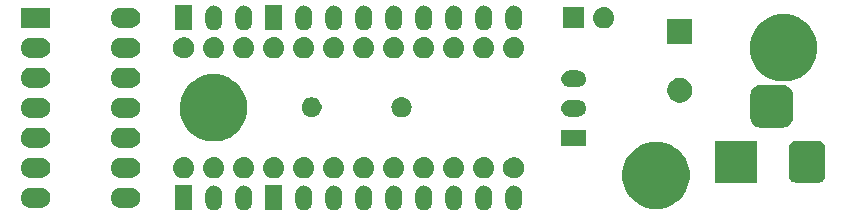
<source format=gbr>
G04 #@! TF.GenerationSoftware,KiCad,Pcbnew,(5.1.4)-1*
G04 #@! TF.CreationDate,2019-11-20T20:31:01+01:00*
G04 #@! TF.ProjectId,ArtNetNode1.2,4172744e-6574-44e6-9f64-65312e322e6b,rev?*
G04 #@! TF.SameCoordinates,Original*
G04 #@! TF.FileFunction,Soldermask,Top*
G04 #@! TF.FilePolarity,Negative*
%FSLAX46Y46*%
G04 Gerber Fmt 4.6, Leading zero omitted, Abs format (unit mm)*
G04 Created by KiCad (PCBNEW (5.1.4)-1) date 2019-11-20 20:31:01*
%MOMM*%
%LPD*%
G04 APERTURE LIST*
%ADD10C,0.100000*%
G04 APERTURE END LIST*
D10*
G36*
X177947420Y-72619143D02*
G01*
X178079556Y-72659227D01*
X178079558Y-72659228D01*
X178201338Y-72724320D01*
X178201340Y-72724321D01*
X178201339Y-72724321D01*
X178308080Y-72811920D01*
X178315789Y-72821314D01*
X178395680Y-72918661D01*
X178411894Y-72948996D01*
X178460773Y-73040443D01*
X178500857Y-73172579D01*
X178511000Y-73275568D01*
X178511000Y-74044432D01*
X178500857Y-74147421D01*
X178465292Y-74264659D01*
X178460772Y-74279559D01*
X178395680Y-74401339D01*
X178308080Y-74508080D01*
X178201339Y-74595680D01*
X178182031Y-74606000D01*
X178079557Y-74660773D01*
X177947421Y-74700857D01*
X177810000Y-74714391D01*
X177672580Y-74700857D01*
X177540444Y-74660773D01*
X177437970Y-74606000D01*
X177418662Y-74595680D01*
X177311921Y-74508080D01*
X177224321Y-74401339D01*
X177159229Y-74279559D01*
X177154709Y-74264659D01*
X177119143Y-74147421D01*
X177109000Y-74044432D01*
X177109000Y-73275569D01*
X177119143Y-73172580D01*
X177159227Y-73040444D01*
X177159229Y-73040441D01*
X177224320Y-72918662D01*
X177240029Y-72899520D01*
X177311920Y-72811920D01*
X177418660Y-72724321D01*
X177418659Y-72724321D01*
X177418661Y-72724320D01*
X177540441Y-72659228D01*
X177540443Y-72659227D01*
X177672579Y-72619143D01*
X177810000Y-72605609D01*
X177947420Y-72619143D01*
X177947420Y-72619143D01*
G37*
G36*
X180487420Y-72619143D02*
G01*
X180619556Y-72659227D01*
X180619558Y-72659228D01*
X180741338Y-72724320D01*
X180741340Y-72724321D01*
X180741339Y-72724321D01*
X180848080Y-72811920D01*
X180855789Y-72821314D01*
X180935680Y-72918661D01*
X180951894Y-72948996D01*
X181000773Y-73040443D01*
X181040857Y-73172579D01*
X181051000Y-73275568D01*
X181051000Y-74044432D01*
X181040857Y-74147421D01*
X181005292Y-74264659D01*
X181000772Y-74279559D01*
X180935680Y-74401339D01*
X180848080Y-74508080D01*
X180741339Y-74595680D01*
X180722031Y-74606000D01*
X180619557Y-74660773D01*
X180487421Y-74700857D01*
X180350000Y-74714391D01*
X180212580Y-74700857D01*
X180080444Y-74660773D01*
X179977970Y-74606000D01*
X179958662Y-74595680D01*
X179851921Y-74508080D01*
X179764321Y-74401339D01*
X179699229Y-74279559D01*
X179694709Y-74264659D01*
X179659143Y-74147421D01*
X179649000Y-74044432D01*
X179649000Y-73275569D01*
X179659143Y-73172580D01*
X179699227Y-73040444D01*
X179699229Y-73040441D01*
X179764320Y-72918662D01*
X179780029Y-72899520D01*
X179851920Y-72811920D01*
X179958660Y-72724321D01*
X179958659Y-72724321D01*
X179958661Y-72724320D01*
X180080441Y-72659228D01*
X180080443Y-72659227D01*
X180212579Y-72619143D01*
X180350000Y-72605609D01*
X180487420Y-72619143D01*
X180487420Y-72619143D01*
G37*
G36*
X198267420Y-72619143D02*
G01*
X198399556Y-72659227D01*
X198399558Y-72659228D01*
X198521338Y-72724320D01*
X198521340Y-72724321D01*
X198521339Y-72724321D01*
X198628080Y-72811920D01*
X198635789Y-72821314D01*
X198715680Y-72918661D01*
X198731894Y-72948996D01*
X198780773Y-73040443D01*
X198820857Y-73172579D01*
X198831000Y-73275568D01*
X198831000Y-74044432D01*
X198820857Y-74147421D01*
X198785292Y-74264659D01*
X198780772Y-74279559D01*
X198715680Y-74401339D01*
X198628080Y-74508080D01*
X198521339Y-74595680D01*
X198502031Y-74606000D01*
X198399557Y-74660773D01*
X198267421Y-74700857D01*
X198130000Y-74714391D01*
X197992580Y-74700857D01*
X197860444Y-74660773D01*
X197757970Y-74606000D01*
X197738662Y-74595680D01*
X197631921Y-74508080D01*
X197544321Y-74401339D01*
X197479229Y-74279559D01*
X197474709Y-74264659D01*
X197439143Y-74147421D01*
X197429000Y-74044432D01*
X197429000Y-73275569D01*
X197439143Y-73172580D01*
X197479227Y-73040444D01*
X197479229Y-73040441D01*
X197544320Y-72918662D01*
X197560029Y-72899520D01*
X197631920Y-72811920D01*
X197738660Y-72724321D01*
X197738659Y-72724321D01*
X197738661Y-72724320D01*
X197860441Y-72659228D01*
X197860443Y-72659227D01*
X197992579Y-72619143D01*
X198130000Y-72605609D01*
X198267420Y-72619143D01*
X198267420Y-72619143D01*
G37*
G36*
X200807420Y-72619143D02*
G01*
X200939556Y-72659227D01*
X200939558Y-72659228D01*
X201061338Y-72724320D01*
X201061340Y-72724321D01*
X201061339Y-72724321D01*
X201168080Y-72811920D01*
X201175789Y-72821314D01*
X201255680Y-72918661D01*
X201271894Y-72948996D01*
X201320773Y-73040443D01*
X201360857Y-73172579D01*
X201371000Y-73275568D01*
X201371000Y-74044432D01*
X201360857Y-74147421D01*
X201325292Y-74264659D01*
X201320772Y-74279559D01*
X201255680Y-74401339D01*
X201168080Y-74508080D01*
X201061339Y-74595680D01*
X201042031Y-74606000D01*
X200939557Y-74660773D01*
X200807421Y-74700857D01*
X200670000Y-74714391D01*
X200532580Y-74700857D01*
X200400444Y-74660773D01*
X200297970Y-74606000D01*
X200278662Y-74595680D01*
X200171921Y-74508080D01*
X200084321Y-74401339D01*
X200019229Y-74279559D01*
X200014709Y-74264659D01*
X199979143Y-74147421D01*
X199969000Y-74044432D01*
X199969000Y-73275569D01*
X199979143Y-73172580D01*
X200019227Y-73040444D01*
X200019229Y-73040441D01*
X200084320Y-72918662D01*
X200100029Y-72899520D01*
X200171920Y-72811920D01*
X200278660Y-72724321D01*
X200278659Y-72724321D01*
X200278661Y-72724320D01*
X200400441Y-72659228D01*
X200400443Y-72659227D01*
X200532579Y-72619143D01*
X200670000Y-72605609D01*
X200807420Y-72619143D01*
X200807420Y-72619143D01*
G37*
G36*
X195727420Y-72619143D02*
G01*
X195859556Y-72659227D01*
X195859558Y-72659228D01*
X195981338Y-72724320D01*
X195981340Y-72724321D01*
X195981339Y-72724321D01*
X196088080Y-72811920D01*
X196095789Y-72821314D01*
X196175680Y-72918661D01*
X196191894Y-72948996D01*
X196240773Y-73040443D01*
X196280857Y-73172579D01*
X196291000Y-73275568D01*
X196291000Y-74044432D01*
X196280857Y-74147421D01*
X196245292Y-74264659D01*
X196240772Y-74279559D01*
X196175680Y-74401339D01*
X196088080Y-74508080D01*
X195981339Y-74595680D01*
X195962031Y-74606000D01*
X195859557Y-74660773D01*
X195727421Y-74700857D01*
X195590000Y-74714391D01*
X195452580Y-74700857D01*
X195320444Y-74660773D01*
X195217970Y-74606000D01*
X195198662Y-74595680D01*
X195091921Y-74508080D01*
X195004321Y-74401339D01*
X194939229Y-74279559D01*
X194934709Y-74264659D01*
X194899143Y-74147421D01*
X194889000Y-74044432D01*
X194889000Y-73275569D01*
X194899143Y-73172580D01*
X194939227Y-73040444D01*
X194939229Y-73040441D01*
X195004320Y-72918662D01*
X195020029Y-72899520D01*
X195091920Y-72811920D01*
X195198660Y-72724321D01*
X195198659Y-72724321D01*
X195198661Y-72724320D01*
X195320441Y-72659228D01*
X195320443Y-72659227D01*
X195452579Y-72619143D01*
X195590000Y-72605609D01*
X195727420Y-72619143D01*
X195727420Y-72619143D01*
G37*
G36*
X203347420Y-72619143D02*
G01*
X203479556Y-72659227D01*
X203479558Y-72659228D01*
X203601338Y-72724320D01*
X203601340Y-72724321D01*
X203601339Y-72724321D01*
X203708080Y-72811920D01*
X203715789Y-72821314D01*
X203795680Y-72918661D01*
X203811894Y-72948996D01*
X203860773Y-73040443D01*
X203900857Y-73172579D01*
X203911000Y-73275568D01*
X203911000Y-74044432D01*
X203900857Y-74147421D01*
X203865292Y-74264659D01*
X203860772Y-74279559D01*
X203795680Y-74401339D01*
X203708080Y-74508080D01*
X203601339Y-74595680D01*
X203582031Y-74606000D01*
X203479557Y-74660773D01*
X203347421Y-74700857D01*
X203210000Y-74714391D01*
X203072580Y-74700857D01*
X202940444Y-74660773D01*
X202837970Y-74606000D01*
X202818662Y-74595680D01*
X202711921Y-74508080D01*
X202624321Y-74401339D01*
X202559229Y-74279559D01*
X202554709Y-74264659D01*
X202519143Y-74147421D01*
X202509000Y-74044432D01*
X202509000Y-73275569D01*
X202519143Y-73172580D01*
X202559227Y-73040444D01*
X202559229Y-73040441D01*
X202624320Y-72918662D01*
X202640029Y-72899520D01*
X202711920Y-72811920D01*
X202818660Y-72724321D01*
X202818659Y-72724321D01*
X202818661Y-72724320D01*
X202940441Y-72659228D01*
X202940443Y-72659227D01*
X203072579Y-72619143D01*
X203210000Y-72605609D01*
X203347420Y-72619143D01*
X203347420Y-72619143D01*
G37*
G36*
X190647420Y-72619143D02*
G01*
X190779556Y-72659227D01*
X190779558Y-72659228D01*
X190901338Y-72724320D01*
X190901340Y-72724321D01*
X190901339Y-72724321D01*
X191008080Y-72811920D01*
X191015789Y-72821314D01*
X191095680Y-72918661D01*
X191111894Y-72948996D01*
X191160773Y-73040443D01*
X191200857Y-73172579D01*
X191211000Y-73275568D01*
X191211000Y-74044432D01*
X191200857Y-74147421D01*
X191165292Y-74264659D01*
X191160772Y-74279559D01*
X191095680Y-74401339D01*
X191008080Y-74508080D01*
X190901339Y-74595680D01*
X190882031Y-74606000D01*
X190779557Y-74660773D01*
X190647421Y-74700857D01*
X190510000Y-74714391D01*
X190372580Y-74700857D01*
X190240444Y-74660773D01*
X190137970Y-74606000D01*
X190118662Y-74595680D01*
X190011921Y-74508080D01*
X189924321Y-74401339D01*
X189859229Y-74279559D01*
X189854709Y-74264659D01*
X189819143Y-74147421D01*
X189809000Y-74044432D01*
X189809000Y-73275569D01*
X189819143Y-73172580D01*
X189859227Y-73040444D01*
X189859229Y-73040441D01*
X189924320Y-72918662D01*
X189940029Y-72899520D01*
X190011920Y-72811920D01*
X190118660Y-72724321D01*
X190118659Y-72724321D01*
X190118661Y-72724320D01*
X190240441Y-72659228D01*
X190240443Y-72659227D01*
X190372579Y-72619143D01*
X190510000Y-72605609D01*
X190647420Y-72619143D01*
X190647420Y-72619143D01*
G37*
G36*
X193187420Y-72619143D02*
G01*
X193319556Y-72659227D01*
X193319558Y-72659228D01*
X193441338Y-72724320D01*
X193441340Y-72724321D01*
X193441339Y-72724321D01*
X193548080Y-72811920D01*
X193555789Y-72821314D01*
X193635680Y-72918661D01*
X193651894Y-72948996D01*
X193700773Y-73040443D01*
X193740857Y-73172579D01*
X193751000Y-73275568D01*
X193751000Y-74044432D01*
X193740857Y-74147421D01*
X193705292Y-74264659D01*
X193700772Y-74279559D01*
X193635680Y-74401339D01*
X193548080Y-74508080D01*
X193441339Y-74595680D01*
X193422031Y-74606000D01*
X193319557Y-74660773D01*
X193187421Y-74700857D01*
X193050000Y-74714391D01*
X192912580Y-74700857D01*
X192780444Y-74660773D01*
X192677970Y-74606000D01*
X192658662Y-74595680D01*
X192551921Y-74508080D01*
X192464321Y-74401339D01*
X192399229Y-74279559D01*
X192394709Y-74264659D01*
X192359143Y-74147421D01*
X192349000Y-74044432D01*
X192349000Y-73275569D01*
X192359143Y-73172580D01*
X192399227Y-73040444D01*
X192399229Y-73040441D01*
X192464320Y-72918662D01*
X192480029Y-72899520D01*
X192551920Y-72811920D01*
X192658660Y-72724321D01*
X192658659Y-72724321D01*
X192658661Y-72724320D01*
X192780441Y-72659228D01*
X192780443Y-72659227D01*
X192912579Y-72619143D01*
X193050000Y-72605609D01*
X193187420Y-72619143D01*
X193187420Y-72619143D01*
G37*
G36*
X185567420Y-72619143D02*
G01*
X185699556Y-72659227D01*
X185699558Y-72659228D01*
X185821338Y-72724320D01*
X185821340Y-72724321D01*
X185821339Y-72724321D01*
X185928080Y-72811920D01*
X185935789Y-72821314D01*
X186015680Y-72918661D01*
X186031894Y-72948996D01*
X186080773Y-73040443D01*
X186120857Y-73172579D01*
X186131000Y-73275568D01*
X186131000Y-74044432D01*
X186120857Y-74147421D01*
X186085292Y-74264659D01*
X186080772Y-74279559D01*
X186015680Y-74401339D01*
X185928080Y-74508080D01*
X185821339Y-74595680D01*
X185802031Y-74606000D01*
X185699557Y-74660773D01*
X185567421Y-74700857D01*
X185430000Y-74714391D01*
X185292580Y-74700857D01*
X185160444Y-74660773D01*
X185057970Y-74606000D01*
X185038662Y-74595680D01*
X184931921Y-74508080D01*
X184844321Y-74401339D01*
X184779229Y-74279559D01*
X184774709Y-74264659D01*
X184739143Y-74147421D01*
X184729000Y-74044432D01*
X184729000Y-73275569D01*
X184739143Y-73172580D01*
X184779227Y-73040444D01*
X184779229Y-73040441D01*
X184844320Y-72918662D01*
X184860029Y-72899520D01*
X184931920Y-72811920D01*
X185038660Y-72724321D01*
X185038659Y-72724321D01*
X185038661Y-72724320D01*
X185160441Y-72659228D01*
X185160443Y-72659227D01*
X185292579Y-72619143D01*
X185430000Y-72605609D01*
X185567420Y-72619143D01*
X185567420Y-72619143D01*
G37*
G36*
X188107420Y-72619143D02*
G01*
X188239556Y-72659227D01*
X188239558Y-72659228D01*
X188361338Y-72724320D01*
X188361340Y-72724321D01*
X188361339Y-72724321D01*
X188468080Y-72811920D01*
X188475789Y-72821314D01*
X188555680Y-72918661D01*
X188571894Y-72948996D01*
X188620773Y-73040443D01*
X188660857Y-73172579D01*
X188671000Y-73275568D01*
X188671000Y-74044432D01*
X188660857Y-74147421D01*
X188625292Y-74264659D01*
X188620772Y-74279559D01*
X188555680Y-74401339D01*
X188468080Y-74508080D01*
X188361339Y-74595680D01*
X188342031Y-74606000D01*
X188239557Y-74660773D01*
X188107421Y-74700857D01*
X187970000Y-74714391D01*
X187832580Y-74700857D01*
X187700444Y-74660773D01*
X187597970Y-74606000D01*
X187578662Y-74595680D01*
X187471921Y-74508080D01*
X187384321Y-74401339D01*
X187319229Y-74279559D01*
X187314709Y-74264659D01*
X187279143Y-74147421D01*
X187269000Y-74044432D01*
X187269000Y-73275569D01*
X187279143Y-73172580D01*
X187319227Y-73040444D01*
X187319229Y-73040441D01*
X187384320Y-72918662D01*
X187400029Y-72899520D01*
X187471920Y-72811920D01*
X187578660Y-72724321D01*
X187578659Y-72724321D01*
X187578661Y-72724320D01*
X187700441Y-72659228D01*
X187700443Y-72659227D01*
X187832579Y-72619143D01*
X187970000Y-72605609D01*
X188107420Y-72619143D01*
X188107420Y-72619143D01*
G37*
G36*
X175971000Y-74711000D02*
G01*
X174569000Y-74711000D01*
X174569000Y-72609000D01*
X175971000Y-72609000D01*
X175971000Y-74711000D01*
X175971000Y-74711000D01*
G37*
G36*
X183591000Y-74711000D02*
G01*
X182189000Y-74711000D01*
X182189000Y-72609000D01*
X183591000Y-72609000D01*
X183591000Y-74711000D01*
X183591000Y-74711000D01*
G37*
G36*
X215684876Y-68931664D02*
G01*
X216096606Y-69013562D01*
X216615455Y-69228476D01*
X216900125Y-69418687D01*
X217066927Y-69530140D01*
X217082407Y-69540484D01*
X217479516Y-69937593D01*
X217791524Y-70404545D01*
X218006438Y-70923394D01*
X218045545Y-71120000D01*
X218114462Y-71466466D01*
X218116000Y-71474201D01*
X218116000Y-72035799D01*
X218006438Y-72586606D01*
X217791524Y-73105455D01*
X217541579Y-73479524D01*
X217479517Y-73572406D01*
X217082406Y-73969517D01*
X216989524Y-74031579D01*
X216615455Y-74281524D01*
X216096606Y-74496438D01*
X215545800Y-74606000D01*
X214984200Y-74606000D01*
X214433394Y-74496438D01*
X213914545Y-74281524D01*
X213540476Y-74031579D01*
X213447594Y-73969517D01*
X213050483Y-73572406D01*
X212988421Y-73479524D01*
X212738476Y-73105455D01*
X212523562Y-72586606D01*
X212414000Y-72035799D01*
X212414000Y-71474201D01*
X212415539Y-71466466D01*
X212484455Y-71120000D01*
X212523562Y-70923394D01*
X212738476Y-70404545D01*
X213050484Y-69937593D01*
X213447593Y-69540484D01*
X213463074Y-69530140D01*
X213629875Y-69418687D01*
X213914545Y-69228476D01*
X214433394Y-69013562D01*
X214845124Y-68931664D01*
X214984200Y-68904000D01*
X215545800Y-68904000D01*
X215684876Y-68931664D01*
X215684876Y-68931664D01*
G37*
G36*
X163292623Y-72821313D02*
G01*
X163453042Y-72869976D01*
X163544123Y-72918660D01*
X163600878Y-72948996D01*
X163730459Y-73055341D01*
X163836804Y-73184922D01*
X163836805Y-73184924D01*
X163915824Y-73332758D01*
X163964487Y-73493177D01*
X163980917Y-73660000D01*
X163964487Y-73826823D01*
X163915824Y-73987242D01*
X163885257Y-74044429D01*
X163836804Y-74135078D01*
X163730459Y-74264659D01*
X163600878Y-74371004D01*
X163600876Y-74371005D01*
X163453042Y-74450024D01*
X163292623Y-74498687D01*
X163167604Y-74511000D01*
X162283996Y-74511000D01*
X162158977Y-74498687D01*
X161998558Y-74450024D01*
X161850724Y-74371005D01*
X161850722Y-74371004D01*
X161721141Y-74264659D01*
X161614796Y-74135078D01*
X161566343Y-74044429D01*
X161535776Y-73987242D01*
X161487113Y-73826823D01*
X161470683Y-73660000D01*
X161487113Y-73493177D01*
X161535776Y-73332758D01*
X161614795Y-73184924D01*
X161614796Y-73184922D01*
X161721141Y-73055341D01*
X161850722Y-72948996D01*
X161907477Y-72918660D01*
X161998558Y-72869976D01*
X162158977Y-72821313D01*
X162283996Y-72809000D01*
X163167604Y-72809000D01*
X163292623Y-72821313D01*
X163292623Y-72821313D01*
G37*
G36*
X170912623Y-72821313D02*
G01*
X171073042Y-72869976D01*
X171164123Y-72918660D01*
X171220878Y-72948996D01*
X171350459Y-73055341D01*
X171456804Y-73184922D01*
X171456805Y-73184924D01*
X171535824Y-73332758D01*
X171584487Y-73493177D01*
X171600917Y-73660000D01*
X171584487Y-73826823D01*
X171535824Y-73987242D01*
X171505257Y-74044429D01*
X171456804Y-74135078D01*
X171350459Y-74264659D01*
X171220878Y-74371004D01*
X171220876Y-74371005D01*
X171073042Y-74450024D01*
X170912623Y-74498687D01*
X170787604Y-74511000D01*
X169903996Y-74511000D01*
X169778977Y-74498687D01*
X169618558Y-74450024D01*
X169470724Y-74371005D01*
X169470722Y-74371004D01*
X169341141Y-74264659D01*
X169234796Y-74135078D01*
X169186343Y-74044429D01*
X169155776Y-73987242D01*
X169107113Y-73826823D01*
X169090683Y-73660000D01*
X169107113Y-73493177D01*
X169155776Y-73332758D01*
X169234795Y-73184924D01*
X169234796Y-73184922D01*
X169341141Y-73055341D01*
X169470722Y-72948996D01*
X169527477Y-72918660D01*
X169618558Y-72869976D01*
X169778977Y-72821313D01*
X169903996Y-72809000D01*
X170787604Y-72809000D01*
X170912623Y-72821313D01*
X170912623Y-72821313D01*
G37*
G36*
X229020979Y-68825293D02*
G01*
X229154625Y-68865834D01*
X229277784Y-68931664D01*
X229385740Y-69020260D01*
X229474336Y-69128216D01*
X229540166Y-69251375D01*
X229580707Y-69385021D01*
X229595000Y-69530140D01*
X229595000Y-71693860D01*
X229580707Y-71838979D01*
X229540166Y-71972625D01*
X229474336Y-72095784D01*
X229385740Y-72203740D01*
X229277784Y-72292336D01*
X229154625Y-72358166D01*
X229020979Y-72398707D01*
X228875860Y-72413000D01*
X227212140Y-72413000D01*
X227067021Y-72398707D01*
X226933375Y-72358166D01*
X226810216Y-72292336D01*
X226702260Y-72203740D01*
X226613664Y-72095784D01*
X226547834Y-71972625D01*
X226507293Y-71838979D01*
X226493000Y-71693860D01*
X226493000Y-69530140D01*
X226507293Y-69385021D01*
X226547834Y-69251375D01*
X226613664Y-69128216D01*
X226702260Y-69020260D01*
X226810216Y-68931664D01*
X226933375Y-68865834D01*
X227067021Y-68825293D01*
X227212140Y-68811000D01*
X228875860Y-68811000D01*
X229020979Y-68825293D01*
X229020979Y-68825293D01*
G37*
G36*
X223845000Y-72413000D02*
G01*
X220243000Y-72413000D01*
X220243000Y-68811000D01*
X223845000Y-68811000D01*
X223845000Y-72413000D01*
X223845000Y-72413000D01*
G37*
G36*
X177910442Y-70225518D02*
G01*
X177976627Y-70232037D01*
X178146466Y-70283557D01*
X178302991Y-70367222D01*
X178338729Y-70396552D01*
X178440186Y-70479814D01*
X178523448Y-70581271D01*
X178552778Y-70617009D01*
X178636443Y-70773534D01*
X178687963Y-70943373D01*
X178705359Y-71120000D01*
X178687963Y-71296627D01*
X178636443Y-71466466D01*
X178552778Y-71622991D01*
X178523448Y-71658729D01*
X178440186Y-71760186D01*
X178344175Y-71838979D01*
X178302991Y-71872778D01*
X178146466Y-71956443D01*
X177976627Y-72007963D01*
X177910443Y-72014481D01*
X177844260Y-72021000D01*
X177755740Y-72021000D01*
X177689557Y-72014481D01*
X177623373Y-72007963D01*
X177453534Y-71956443D01*
X177297009Y-71872778D01*
X177255825Y-71838979D01*
X177159814Y-71760186D01*
X177076552Y-71658729D01*
X177047222Y-71622991D01*
X176963557Y-71466466D01*
X176912037Y-71296627D01*
X176894641Y-71120000D01*
X176912037Y-70943373D01*
X176963557Y-70773534D01*
X177047222Y-70617009D01*
X177076552Y-70581271D01*
X177159814Y-70479814D01*
X177261271Y-70396552D01*
X177297009Y-70367222D01*
X177453534Y-70283557D01*
X177623373Y-70232037D01*
X177689558Y-70225518D01*
X177755740Y-70219000D01*
X177844260Y-70219000D01*
X177910442Y-70225518D01*
X177910442Y-70225518D01*
G37*
G36*
X180450442Y-70225518D02*
G01*
X180516627Y-70232037D01*
X180686466Y-70283557D01*
X180842991Y-70367222D01*
X180878729Y-70396552D01*
X180980186Y-70479814D01*
X181063448Y-70581271D01*
X181092778Y-70617009D01*
X181176443Y-70773534D01*
X181227963Y-70943373D01*
X181245359Y-71120000D01*
X181227963Y-71296627D01*
X181176443Y-71466466D01*
X181092778Y-71622991D01*
X181063448Y-71658729D01*
X180980186Y-71760186D01*
X180884175Y-71838979D01*
X180842991Y-71872778D01*
X180686466Y-71956443D01*
X180516627Y-72007963D01*
X180450443Y-72014481D01*
X180384260Y-72021000D01*
X180295740Y-72021000D01*
X180229557Y-72014481D01*
X180163373Y-72007963D01*
X179993534Y-71956443D01*
X179837009Y-71872778D01*
X179795825Y-71838979D01*
X179699814Y-71760186D01*
X179616552Y-71658729D01*
X179587222Y-71622991D01*
X179503557Y-71466466D01*
X179452037Y-71296627D01*
X179434641Y-71120000D01*
X179452037Y-70943373D01*
X179503557Y-70773534D01*
X179587222Y-70617009D01*
X179616552Y-70581271D01*
X179699814Y-70479814D01*
X179801271Y-70396552D01*
X179837009Y-70367222D01*
X179993534Y-70283557D01*
X180163373Y-70232037D01*
X180229558Y-70225518D01*
X180295740Y-70219000D01*
X180384260Y-70219000D01*
X180450442Y-70225518D01*
X180450442Y-70225518D01*
G37*
G36*
X175370442Y-70225518D02*
G01*
X175436627Y-70232037D01*
X175606466Y-70283557D01*
X175762991Y-70367222D01*
X175798729Y-70396552D01*
X175900186Y-70479814D01*
X175983448Y-70581271D01*
X176012778Y-70617009D01*
X176096443Y-70773534D01*
X176147963Y-70943373D01*
X176165359Y-71120000D01*
X176147963Y-71296627D01*
X176096443Y-71466466D01*
X176012778Y-71622991D01*
X175983448Y-71658729D01*
X175900186Y-71760186D01*
X175804175Y-71838979D01*
X175762991Y-71872778D01*
X175606466Y-71956443D01*
X175436627Y-72007963D01*
X175370443Y-72014481D01*
X175304260Y-72021000D01*
X175215740Y-72021000D01*
X175149557Y-72014481D01*
X175083373Y-72007963D01*
X174913534Y-71956443D01*
X174757009Y-71872778D01*
X174715825Y-71838979D01*
X174619814Y-71760186D01*
X174536552Y-71658729D01*
X174507222Y-71622991D01*
X174423557Y-71466466D01*
X174372037Y-71296627D01*
X174354641Y-71120000D01*
X174372037Y-70943373D01*
X174423557Y-70773534D01*
X174507222Y-70617009D01*
X174536552Y-70581271D01*
X174619814Y-70479814D01*
X174721271Y-70396552D01*
X174757009Y-70367222D01*
X174913534Y-70283557D01*
X175083373Y-70232037D01*
X175149558Y-70225518D01*
X175215740Y-70219000D01*
X175304260Y-70219000D01*
X175370442Y-70225518D01*
X175370442Y-70225518D01*
G37*
G36*
X203313512Y-70223927D02*
G01*
X203462812Y-70253624D01*
X203626784Y-70321544D01*
X203774354Y-70420147D01*
X203899853Y-70545646D01*
X203998456Y-70693216D01*
X204066376Y-70857188D01*
X204101000Y-71031259D01*
X204101000Y-71208741D01*
X204066376Y-71382812D01*
X203998456Y-71546784D01*
X203899853Y-71694354D01*
X203774354Y-71819853D01*
X203626784Y-71918456D01*
X203462812Y-71986376D01*
X203313512Y-72016073D01*
X203288742Y-72021000D01*
X203111258Y-72021000D01*
X203086488Y-72016073D01*
X202937188Y-71986376D01*
X202773216Y-71918456D01*
X202625646Y-71819853D01*
X202500147Y-71694354D01*
X202401544Y-71546784D01*
X202333624Y-71382812D01*
X202299000Y-71208741D01*
X202299000Y-71031259D01*
X202333624Y-70857188D01*
X202401544Y-70693216D01*
X202500147Y-70545646D01*
X202625646Y-70420147D01*
X202773216Y-70321544D01*
X202937188Y-70253624D01*
X203086488Y-70223927D01*
X203111258Y-70219000D01*
X203288742Y-70219000D01*
X203313512Y-70223927D01*
X203313512Y-70223927D01*
G37*
G36*
X200770442Y-70225518D02*
G01*
X200836627Y-70232037D01*
X201006466Y-70283557D01*
X201162991Y-70367222D01*
X201198729Y-70396552D01*
X201300186Y-70479814D01*
X201383448Y-70581271D01*
X201412778Y-70617009D01*
X201496443Y-70773534D01*
X201547963Y-70943373D01*
X201565359Y-71120000D01*
X201547963Y-71296627D01*
X201496443Y-71466466D01*
X201412778Y-71622991D01*
X201383448Y-71658729D01*
X201300186Y-71760186D01*
X201204175Y-71838979D01*
X201162991Y-71872778D01*
X201006466Y-71956443D01*
X200836627Y-72007963D01*
X200770443Y-72014481D01*
X200704260Y-72021000D01*
X200615740Y-72021000D01*
X200549557Y-72014481D01*
X200483373Y-72007963D01*
X200313534Y-71956443D01*
X200157009Y-71872778D01*
X200115825Y-71838979D01*
X200019814Y-71760186D01*
X199936552Y-71658729D01*
X199907222Y-71622991D01*
X199823557Y-71466466D01*
X199772037Y-71296627D01*
X199754641Y-71120000D01*
X199772037Y-70943373D01*
X199823557Y-70773534D01*
X199907222Y-70617009D01*
X199936552Y-70581271D01*
X200019814Y-70479814D01*
X200121271Y-70396552D01*
X200157009Y-70367222D01*
X200313534Y-70283557D01*
X200483373Y-70232037D01*
X200549558Y-70225518D01*
X200615740Y-70219000D01*
X200704260Y-70219000D01*
X200770442Y-70225518D01*
X200770442Y-70225518D01*
G37*
G36*
X195690442Y-70225518D02*
G01*
X195756627Y-70232037D01*
X195926466Y-70283557D01*
X196082991Y-70367222D01*
X196118729Y-70396552D01*
X196220186Y-70479814D01*
X196303448Y-70581271D01*
X196332778Y-70617009D01*
X196416443Y-70773534D01*
X196467963Y-70943373D01*
X196485359Y-71120000D01*
X196467963Y-71296627D01*
X196416443Y-71466466D01*
X196332778Y-71622991D01*
X196303448Y-71658729D01*
X196220186Y-71760186D01*
X196124175Y-71838979D01*
X196082991Y-71872778D01*
X195926466Y-71956443D01*
X195756627Y-72007963D01*
X195690443Y-72014481D01*
X195624260Y-72021000D01*
X195535740Y-72021000D01*
X195469557Y-72014481D01*
X195403373Y-72007963D01*
X195233534Y-71956443D01*
X195077009Y-71872778D01*
X195035825Y-71838979D01*
X194939814Y-71760186D01*
X194856552Y-71658729D01*
X194827222Y-71622991D01*
X194743557Y-71466466D01*
X194692037Y-71296627D01*
X194674641Y-71120000D01*
X194692037Y-70943373D01*
X194743557Y-70773534D01*
X194827222Y-70617009D01*
X194856552Y-70581271D01*
X194939814Y-70479814D01*
X195041271Y-70396552D01*
X195077009Y-70367222D01*
X195233534Y-70283557D01*
X195403373Y-70232037D01*
X195469558Y-70225518D01*
X195535740Y-70219000D01*
X195624260Y-70219000D01*
X195690442Y-70225518D01*
X195690442Y-70225518D01*
G37*
G36*
X198230442Y-70225518D02*
G01*
X198296627Y-70232037D01*
X198466466Y-70283557D01*
X198622991Y-70367222D01*
X198658729Y-70396552D01*
X198760186Y-70479814D01*
X198843448Y-70581271D01*
X198872778Y-70617009D01*
X198956443Y-70773534D01*
X199007963Y-70943373D01*
X199025359Y-71120000D01*
X199007963Y-71296627D01*
X198956443Y-71466466D01*
X198872778Y-71622991D01*
X198843448Y-71658729D01*
X198760186Y-71760186D01*
X198664175Y-71838979D01*
X198622991Y-71872778D01*
X198466466Y-71956443D01*
X198296627Y-72007963D01*
X198230443Y-72014481D01*
X198164260Y-72021000D01*
X198075740Y-72021000D01*
X198009557Y-72014481D01*
X197943373Y-72007963D01*
X197773534Y-71956443D01*
X197617009Y-71872778D01*
X197575825Y-71838979D01*
X197479814Y-71760186D01*
X197396552Y-71658729D01*
X197367222Y-71622991D01*
X197283557Y-71466466D01*
X197232037Y-71296627D01*
X197214641Y-71120000D01*
X197232037Y-70943373D01*
X197283557Y-70773534D01*
X197367222Y-70617009D01*
X197396552Y-70581271D01*
X197479814Y-70479814D01*
X197581271Y-70396552D01*
X197617009Y-70367222D01*
X197773534Y-70283557D01*
X197943373Y-70232037D01*
X198009558Y-70225518D01*
X198075740Y-70219000D01*
X198164260Y-70219000D01*
X198230442Y-70225518D01*
X198230442Y-70225518D01*
G37*
G36*
X193150442Y-70225518D02*
G01*
X193216627Y-70232037D01*
X193386466Y-70283557D01*
X193542991Y-70367222D01*
X193578729Y-70396552D01*
X193680186Y-70479814D01*
X193763448Y-70581271D01*
X193792778Y-70617009D01*
X193876443Y-70773534D01*
X193927963Y-70943373D01*
X193945359Y-71120000D01*
X193927963Y-71296627D01*
X193876443Y-71466466D01*
X193792778Y-71622991D01*
X193763448Y-71658729D01*
X193680186Y-71760186D01*
X193584175Y-71838979D01*
X193542991Y-71872778D01*
X193386466Y-71956443D01*
X193216627Y-72007963D01*
X193150443Y-72014481D01*
X193084260Y-72021000D01*
X192995740Y-72021000D01*
X192929557Y-72014481D01*
X192863373Y-72007963D01*
X192693534Y-71956443D01*
X192537009Y-71872778D01*
X192495825Y-71838979D01*
X192399814Y-71760186D01*
X192316552Y-71658729D01*
X192287222Y-71622991D01*
X192203557Y-71466466D01*
X192152037Y-71296627D01*
X192134641Y-71120000D01*
X192152037Y-70943373D01*
X192203557Y-70773534D01*
X192287222Y-70617009D01*
X192316552Y-70581271D01*
X192399814Y-70479814D01*
X192501271Y-70396552D01*
X192537009Y-70367222D01*
X192693534Y-70283557D01*
X192863373Y-70232037D01*
X192929558Y-70225518D01*
X192995740Y-70219000D01*
X193084260Y-70219000D01*
X193150442Y-70225518D01*
X193150442Y-70225518D01*
G37*
G36*
X185530442Y-70225518D02*
G01*
X185596627Y-70232037D01*
X185766466Y-70283557D01*
X185922991Y-70367222D01*
X185958729Y-70396552D01*
X186060186Y-70479814D01*
X186143448Y-70581271D01*
X186172778Y-70617009D01*
X186256443Y-70773534D01*
X186307963Y-70943373D01*
X186325359Y-71120000D01*
X186307963Y-71296627D01*
X186256443Y-71466466D01*
X186172778Y-71622991D01*
X186143448Y-71658729D01*
X186060186Y-71760186D01*
X185964175Y-71838979D01*
X185922991Y-71872778D01*
X185766466Y-71956443D01*
X185596627Y-72007963D01*
X185530443Y-72014481D01*
X185464260Y-72021000D01*
X185375740Y-72021000D01*
X185309557Y-72014481D01*
X185243373Y-72007963D01*
X185073534Y-71956443D01*
X184917009Y-71872778D01*
X184875825Y-71838979D01*
X184779814Y-71760186D01*
X184696552Y-71658729D01*
X184667222Y-71622991D01*
X184583557Y-71466466D01*
X184532037Y-71296627D01*
X184514641Y-71120000D01*
X184532037Y-70943373D01*
X184583557Y-70773534D01*
X184667222Y-70617009D01*
X184696552Y-70581271D01*
X184779814Y-70479814D01*
X184881271Y-70396552D01*
X184917009Y-70367222D01*
X185073534Y-70283557D01*
X185243373Y-70232037D01*
X185309558Y-70225518D01*
X185375740Y-70219000D01*
X185464260Y-70219000D01*
X185530442Y-70225518D01*
X185530442Y-70225518D01*
G37*
G36*
X188070442Y-70225518D02*
G01*
X188136627Y-70232037D01*
X188306466Y-70283557D01*
X188462991Y-70367222D01*
X188498729Y-70396552D01*
X188600186Y-70479814D01*
X188683448Y-70581271D01*
X188712778Y-70617009D01*
X188796443Y-70773534D01*
X188847963Y-70943373D01*
X188865359Y-71120000D01*
X188847963Y-71296627D01*
X188796443Y-71466466D01*
X188712778Y-71622991D01*
X188683448Y-71658729D01*
X188600186Y-71760186D01*
X188504175Y-71838979D01*
X188462991Y-71872778D01*
X188306466Y-71956443D01*
X188136627Y-72007963D01*
X188070443Y-72014481D01*
X188004260Y-72021000D01*
X187915740Y-72021000D01*
X187849557Y-72014481D01*
X187783373Y-72007963D01*
X187613534Y-71956443D01*
X187457009Y-71872778D01*
X187415825Y-71838979D01*
X187319814Y-71760186D01*
X187236552Y-71658729D01*
X187207222Y-71622991D01*
X187123557Y-71466466D01*
X187072037Y-71296627D01*
X187054641Y-71120000D01*
X187072037Y-70943373D01*
X187123557Y-70773534D01*
X187207222Y-70617009D01*
X187236552Y-70581271D01*
X187319814Y-70479814D01*
X187421271Y-70396552D01*
X187457009Y-70367222D01*
X187613534Y-70283557D01*
X187783373Y-70232037D01*
X187849558Y-70225518D01*
X187915740Y-70219000D01*
X188004260Y-70219000D01*
X188070442Y-70225518D01*
X188070442Y-70225518D01*
G37*
G36*
X190610442Y-70225518D02*
G01*
X190676627Y-70232037D01*
X190846466Y-70283557D01*
X191002991Y-70367222D01*
X191038729Y-70396552D01*
X191140186Y-70479814D01*
X191223448Y-70581271D01*
X191252778Y-70617009D01*
X191336443Y-70773534D01*
X191387963Y-70943373D01*
X191405359Y-71120000D01*
X191387963Y-71296627D01*
X191336443Y-71466466D01*
X191252778Y-71622991D01*
X191223448Y-71658729D01*
X191140186Y-71760186D01*
X191044175Y-71838979D01*
X191002991Y-71872778D01*
X190846466Y-71956443D01*
X190676627Y-72007963D01*
X190610443Y-72014481D01*
X190544260Y-72021000D01*
X190455740Y-72021000D01*
X190389557Y-72014481D01*
X190323373Y-72007963D01*
X190153534Y-71956443D01*
X189997009Y-71872778D01*
X189955825Y-71838979D01*
X189859814Y-71760186D01*
X189776552Y-71658729D01*
X189747222Y-71622991D01*
X189663557Y-71466466D01*
X189612037Y-71296627D01*
X189594641Y-71120000D01*
X189612037Y-70943373D01*
X189663557Y-70773534D01*
X189747222Y-70617009D01*
X189776552Y-70581271D01*
X189859814Y-70479814D01*
X189961271Y-70396552D01*
X189997009Y-70367222D01*
X190153534Y-70283557D01*
X190323373Y-70232037D01*
X190389558Y-70225518D01*
X190455740Y-70219000D01*
X190544260Y-70219000D01*
X190610442Y-70225518D01*
X190610442Y-70225518D01*
G37*
G36*
X182990442Y-70225518D02*
G01*
X183056627Y-70232037D01*
X183226466Y-70283557D01*
X183382991Y-70367222D01*
X183418729Y-70396552D01*
X183520186Y-70479814D01*
X183603448Y-70581271D01*
X183632778Y-70617009D01*
X183716443Y-70773534D01*
X183767963Y-70943373D01*
X183785359Y-71120000D01*
X183767963Y-71296627D01*
X183716443Y-71466466D01*
X183632778Y-71622991D01*
X183603448Y-71658729D01*
X183520186Y-71760186D01*
X183424175Y-71838979D01*
X183382991Y-71872778D01*
X183226466Y-71956443D01*
X183056627Y-72007963D01*
X182990443Y-72014481D01*
X182924260Y-72021000D01*
X182835740Y-72021000D01*
X182769557Y-72014481D01*
X182703373Y-72007963D01*
X182533534Y-71956443D01*
X182377009Y-71872778D01*
X182335825Y-71838979D01*
X182239814Y-71760186D01*
X182156552Y-71658729D01*
X182127222Y-71622991D01*
X182043557Y-71466466D01*
X181992037Y-71296627D01*
X181974641Y-71120000D01*
X181992037Y-70943373D01*
X182043557Y-70773534D01*
X182127222Y-70617009D01*
X182156552Y-70581271D01*
X182239814Y-70479814D01*
X182341271Y-70396552D01*
X182377009Y-70367222D01*
X182533534Y-70283557D01*
X182703373Y-70232037D01*
X182769558Y-70225518D01*
X182835740Y-70219000D01*
X182924260Y-70219000D01*
X182990442Y-70225518D01*
X182990442Y-70225518D01*
G37*
G36*
X170912623Y-70281313D02*
G01*
X171073042Y-70329976D01*
X171142722Y-70367221D01*
X171220878Y-70408996D01*
X171350459Y-70515341D01*
X171456804Y-70644922D01*
X171456805Y-70644924D01*
X171535824Y-70792758D01*
X171584487Y-70953177D01*
X171600917Y-71120000D01*
X171584487Y-71286823D01*
X171535824Y-71447242D01*
X171464914Y-71579906D01*
X171456804Y-71595078D01*
X171350459Y-71724659D01*
X171220878Y-71831004D01*
X171220876Y-71831005D01*
X171073042Y-71910024D01*
X170912623Y-71958687D01*
X170787604Y-71971000D01*
X169903996Y-71971000D01*
X169778977Y-71958687D01*
X169618558Y-71910024D01*
X169470724Y-71831005D01*
X169470722Y-71831004D01*
X169341141Y-71724659D01*
X169234796Y-71595078D01*
X169226686Y-71579906D01*
X169155776Y-71447242D01*
X169107113Y-71286823D01*
X169090683Y-71120000D01*
X169107113Y-70953177D01*
X169155776Y-70792758D01*
X169234795Y-70644924D01*
X169234796Y-70644922D01*
X169341141Y-70515341D01*
X169470722Y-70408996D01*
X169548878Y-70367221D01*
X169618558Y-70329976D01*
X169778977Y-70281313D01*
X169903996Y-70269000D01*
X170787604Y-70269000D01*
X170912623Y-70281313D01*
X170912623Y-70281313D01*
G37*
G36*
X163292623Y-70281313D02*
G01*
X163453042Y-70329976D01*
X163522722Y-70367221D01*
X163600878Y-70408996D01*
X163730459Y-70515341D01*
X163836804Y-70644922D01*
X163836805Y-70644924D01*
X163915824Y-70792758D01*
X163964487Y-70953177D01*
X163980917Y-71120000D01*
X163964487Y-71286823D01*
X163915824Y-71447242D01*
X163844914Y-71579906D01*
X163836804Y-71595078D01*
X163730459Y-71724659D01*
X163600878Y-71831004D01*
X163600876Y-71831005D01*
X163453042Y-71910024D01*
X163292623Y-71958687D01*
X163167604Y-71971000D01*
X162283996Y-71971000D01*
X162158977Y-71958687D01*
X161998558Y-71910024D01*
X161850724Y-71831005D01*
X161850722Y-71831004D01*
X161721141Y-71724659D01*
X161614796Y-71595078D01*
X161606686Y-71579906D01*
X161535776Y-71447242D01*
X161487113Y-71286823D01*
X161470683Y-71120000D01*
X161487113Y-70953177D01*
X161535776Y-70792758D01*
X161614795Y-70644924D01*
X161614796Y-70644922D01*
X161721141Y-70515341D01*
X161850722Y-70408996D01*
X161928878Y-70367221D01*
X161998558Y-70329976D01*
X162158977Y-70281313D01*
X162283996Y-70269000D01*
X163167604Y-70269000D01*
X163292623Y-70281313D01*
X163292623Y-70281313D01*
G37*
G36*
X163292623Y-67741313D02*
G01*
X163453042Y-67789976D01*
X163579196Y-67857407D01*
X163600878Y-67868996D01*
X163730459Y-67975341D01*
X163836804Y-68104922D01*
X163836805Y-68104924D01*
X163915824Y-68252758D01*
X163964487Y-68413177D01*
X163980917Y-68580000D01*
X163964487Y-68746823D01*
X163945019Y-68811000D01*
X163916808Y-68904000D01*
X163915824Y-68907242D01*
X163845858Y-69038139D01*
X163836804Y-69055078D01*
X163730459Y-69184659D01*
X163600878Y-69291004D01*
X163600876Y-69291005D01*
X163453042Y-69370024D01*
X163292623Y-69418687D01*
X163167604Y-69431000D01*
X162283996Y-69431000D01*
X162158977Y-69418687D01*
X161998558Y-69370024D01*
X161850724Y-69291005D01*
X161850722Y-69291004D01*
X161721141Y-69184659D01*
X161614796Y-69055078D01*
X161605742Y-69038139D01*
X161535776Y-68907242D01*
X161534793Y-68904000D01*
X161506581Y-68811000D01*
X161487113Y-68746823D01*
X161470683Y-68580000D01*
X161487113Y-68413177D01*
X161535776Y-68252758D01*
X161614795Y-68104924D01*
X161614796Y-68104922D01*
X161721141Y-67975341D01*
X161850722Y-67868996D01*
X161872404Y-67857407D01*
X161998558Y-67789976D01*
X162158977Y-67741313D01*
X162283996Y-67729000D01*
X163167604Y-67729000D01*
X163292623Y-67741313D01*
X163292623Y-67741313D01*
G37*
G36*
X170912623Y-67741313D02*
G01*
X171073042Y-67789976D01*
X171199196Y-67857407D01*
X171220878Y-67868996D01*
X171350459Y-67975341D01*
X171456804Y-68104922D01*
X171456805Y-68104924D01*
X171535824Y-68252758D01*
X171584487Y-68413177D01*
X171600917Y-68580000D01*
X171584487Y-68746823D01*
X171565019Y-68811000D01*
X171536808Y-68904000D01*
X171535824Y-68907242D01*
X171465858Y-69038139D01*
X171456804Y-69055078D01*
X171350459Y-69184659D01*
X171220878Y-69291004D01*
X171220876Y-69291005D01*
X171073042Y-69370024D01*
X170912623Y-69418687D01*
X170787604Y-69431000D01*
X169903996Y-69431000D01*
X169778977Y-69418687D01*
X169618558Y-69370024D01*
X169470724Y-69291005D01*
X169470722Y-69291004D01*
X169341141Y-69184659D01*
X169234796Y-69055078D01*
X169225742Y-69038139D01*
X169155776Y-68907242D01*
X169154793Y-68904000D01*
X169126581Y-68811000D01*
X169107113Y-68746823D01*
X169090683Y-68580000D01*
X169107113Y-68413177D01*
X169155776Y-68252758D01*
X169234795Y-68104924D01*
X169234796Y-68104922D01*
X169341141Y-67975341D01*
X169470722Y-67868996D01*
X169492404Y-67857407D01*
X169618558Y-67789976D01*
X169778977Y-67741313D01*
X169903996Y-67729000D01*
X170787604Y-67729000D01*
X170912623Y-67741313D01*
X170912623Y-67741313D01*
G37*
G36*
X209331000Y-69281000D02*
G01*
X207229000Y-69281000D01*
X207229000Y-67879000D01*
X209331000Y-67879000D01*
X209331000Y-69281000D01*
X209331000Y-69281000D01*
G37*
G36*
X178631606Y-63298562D02*
G01*
X179150455Y-63513476D01*
X179473959Y-63729635D01*
X179617406Y-63825483D01*
X180014517Y-64222594D01*
X180059572Y-64290024D01*
X180326524Y-64689545D01*
X180541438Y-65208394D01*
X180590515Y-65455120D01*
X180651000Y-65759200D01*
X180651000Y-66320800D01*
X180612356Y-66515076D01*
X180541438Y-66871606D01*
X180326524Y-67390455D01*
X180014516Y-67857407D01*
X179617407Y-68254516D01*
X179150455Y-68566524D01*
X178631606Y-68781438D01*
X178482987Y-68811000D01*
X178080800Y-68891000D01*
X177519200Y-68891000D01*
X177117013Y-68811000D01*
X176968394Y-68781438D01*
X176449545Y-68566524D01*
X175982593Y-68254516D01*
X175585484Y-67857407D01*
X175273476Y-67390455D01*
X175058562Y-66871606D01*
X174987644Y-66515076D01*
X174949000Y-66320800D01*
X174949000Y-65759200D01*
X175009485Y-65455120D01*
X175058562Y-65208394D01*
X175273476Y-64689545D01*
X175540428Y-64290024D01*
X175585483Y-64222594D01*
X175982594Y-63825483D01*
X176126041Y-63729635D01*
X176449545Y-63513476D01*
X176968394Y-63298562D01*
X177519200Y-63189000D01*
X178080800Y-63189000D01*
X178631606Y-63298562D01*
X178631606Y-63298562D01*
G37*
G36*
X226170366Y-64127695D02*
G01*
X226327460Y-64175349D01*
X226472231Y-64252731D01*
X226599128Y-64356872D01*
X226703269Y-64483769D01*
X226780651Y-64628540D01*
X226828305Y-64785634D01*
X226845000Y-64955140D01*
X226845000Y-66868860D01*
X226828305Y-67038366D01*
X226780651Y-67195460D01*
X226703269Y-67340231D01*
X226599128Y-67467128D01*
X226472231Y-67571269D01*
X226327460Y-67648651D01*
X226170366Y-67696305D01*
X226000860Y-67713000D01*
X224087140Y-67713000D01*
X223917634Y-67696305D01*
X223760540Y-67648651D01*
X223615769Y-67571269D01*
X223488872Y-67467128D01*
X223384731Y-67340231D01*
X223307349Y-67195460D01*
X223259695Y-67038366D01*
X223243000Y-66868860D01*
X223243000Y-64955140D01*
X223259695Y-64785634D01*
X223307349Y-64628540D01*
X223384731Y-64483769D01*
X223488872Y-64356872D01*
X223615769Y-64252731D01*
X223760540Y-64175349D01*
X223917634Y-64127695D01*
X224087140Y-64111000D01*
X226000860Y-64111000D01*
X226170366Y-64127695D01*
X226170366Y-64127695D01*
G37*
G36*
X163292623Y-65201313D02*
G01*
X163423180Y-65240917D01*
X163431536Y-65243452D01*
X163453042Y-65249976D01*
X163521551Y-65286595D01*
X163600878Y-65328996D01*
X163730459Y-65435341D01*
X163836804Y-65564922D01*
X163836805Y-65564924D01*
X163915824Y-65712758D01*
X163964487Y-65873177D01*
X163980917Y-66040000D01*
X163964487Y-66206823D01*
X163915824Y-66367242D01*
X163897940Y-66400700D01*
X163836804Y-66515078D01*
X163730459Y-66644659D01*
X163600878Y-66751004D01*
X163600876Y-66751005D01*
X163453042Y-66830024D01*
X163292623Y-66878687D01*
X163167604Y-66891000D01*
X162283996Y-66891000D01*
X162158977Y-66878687D01*
X161998558Y-66830024D01*
X161850724Y-66751005D01*
X161850722Y-66751004D01*
X161721141Y-66644659D01*
X161614796Y-66515078D01*
X161553660Y-66400700D01*
X161535776Y-66367242D01*
X161487113Y-66206823D01*
X161470683Y-66040000D01*
X161487113Y-65873177D01*
X161535776Y-65712758D01*
X161614795Y-65564924D01*
X161614796Y-65564922D01*
X161721141Y-65435341D01*
X161850722Y-65328996D01*
X161930049Y-65286595D01*
X161998558Y-65249976D01*
X162020065Y-65243452D01*
X162028420Y-65240917D01*
X162158977Y-65201313D01*
X162283996Y-65189000D01*
X163167604Y-65189000D01*
X163292623Y-65201313D01*
X163292623Y-65201313D01*
G37*
G36*
X170912623Y-65201313D02*
G01*
X171043180Y-65240917D01*
X171051536Y-65243452D01*
X171073042Y-65249976D01*
X171141551Y-65286595D01*
X171220878Y-65328996D01*
X171350459Y-65435341D01*
X171456804Y-65564922D01*
X171456805Y-65564924D01*
X171535824Y-65712758D01*
X171584487Y-65873177D01*
X171600917Y-66040000D01*
X171584487Y-66206823D01*
X171535824Y-66367242D01*
X171517940Y-66400700D01*
X171456804Y-66515078D01*
X171350459Y-66644659D01*
X171220878Y-66751004D01*
X171220876Y-66751005D01*
X171073042Y-66830024D01*
X170912623Y-66878687D01*
X170787604Y-66891000D01*
X169903996Y-66891000D01*
X169778977Y-66878687D01*
X169618558Y-66830024D01*
X169470724Y-66751005D01*
X169470722Y-66751004D01*
X169341141Y-66644659D01*
X169234796Y-66515078D01*
X169173660Y-66400700D01*
X169155776Y-66367242D01*
X169107113Y-66206823D01*
X169090683Y-66040000D01*
X169107113Y-65873177D01*
X169155776Y-65712758D01*
X169234795Y-65564924D01*
X169234796Y-65564922D01*
X169341141Y-65435341D01*
X169470722Y-65328996D01*
X169550049Y-65286595D01*
X169618558Y-65249976D01*
X169640065Y-65243452D01*
X169648420Y-65240917D01*
X169778977Y-65201313D01*
X169903996Y-65189000D01*
X170787604Y-65189000D01*
X170912623Y-65201313D01*
X170912623Y-65201313D01*
G37*
G36*
X193880623Y-65158913D02*
G01*
X194041042Y-65207576D01*
X194173706Y-65278486D01*
X194188878Y-65286596D01*
X194318459Y-65392941D01*
X194424804Y-65522522D01*
X194424805Y-65522524D01*
X194503824Y-65670358D01*
X194552487Y-65830777D01*
X194568917Y-65997600D01*
X194552487Y-66164423D01*
X194512883Y-66294980D01*
X194505051Y-66320799D01*
X194503824Y-66324842D01*
X194463277Y-66400700D01*
X194424804Y-66472678D01*
X194318459Y-66602259D01*
X194188878Y-66708604D01*
X194188876Y-66708605D01*
X194041042Y-66787624D01*
X193880623Y-66836287D01*
X193755604Y-66848600D01*
X193671996Y-66848600D01*
X193546977Y-66836287D01*
X193386558Y-66787624D01*
X193238724Y-66708605D01*
X193238722Y-66708604D01*
X193109141Y-66602259D01*
X193002796Y-66472678D01*
X192964323Y-66400700D01*
X192923776Y-66324842D01*
X192922550Y-66320799D01*
X192914717Y-66294980D01*
X192875113Y-66164423D01*
X192858683Y-65997600D01*
X192875113Y-65830777D01*
X192923776Y-65670358D01*
X193002795Y-65522524D01*
X193002796Y-65522522D01*
X193109141Y-65392941D01*
X193238722Y-65286596D01*
X193253894Y-65278486D01*
X193386558Y-65207576D01*
X193546977Y-65158913D01*
X193671996Y-65146600D01*
X193755604Y-65146600D01*
X193880623Y-65158913D01*
X193880623Y-65158913D01*
G37*
G36*
X186342028Y-65179303D02*
G01*
X186496900Y-65243453D01*
X186636281Y-65336585D01*
X186754815Y-65455119D01*
X186847947Y-65594500D01*
X186912097Y-65749372D01*
X186944800Y-65913784D01*
X186944800Y-66081416D01*
X186912097Y-66245828D01*
X186847947Y-66400700D01*
X186754815Y-66540081D01*
X186636281Y-66658615D01*
X186496900Y-66751747D01*
X186342028Y-66815897D01*
X186177616Y-66848600D01*
X186009984Y-66848600D01*
X185845572Y-66815897D01*
X185690700Y-66751747D01*
X185551319Y-66658615D01*
X185432785Y-66540081D01*
X185339653Y-66400700D01*
X185275503Y-66245828D01*
X185242800Y-66081416D01*
X185242800Y-65913784D01*
X185275503Y-65749372D01*
X185339653Y-65594500D01*
X185432785Y-65455119D01*
X185551319Y-65336585D01*
X185690700Y-65243453D01*
X185845572Y-65179303D01*
X186009984Y-65146600D01*
X186177616Y-65146600D01*
X186342028Y-65179303D01*
X186342028Y-65179303D01*
G37*
G36*
X208767421Y-65389143D02*
G01*
X208899557Y-65429227D01*
X208899559Y-65429228D01*
X209021339Y-65494320D01*
X209128080Y-65581920D01*
X209215680Y-65688661D01*
X209248130Y-65749371D01*
X209280773Y-65810443D01*
X209320857Y-65942579D01*
X209334391Y-66080000D01*
X209320857Y-66217421D01*
X209288271Y-66324839D01*
X209280772Y-66349559D01*
X209215680Y-66471339D01*
X209128080Y-66578080D01*
X209021339Y-66665680D01*
X208941033Y-66708604D01*
X208899557Y-66730773D01*
X208767421Y-66770857D01*
X208664432Y-66781000D01*
X207895568Y-66781000D01*
X207792579Y-66770857D01*
X207660443Y-66730773D01*
X207618967Y-66708604D01*
X207538661Y-66665680D01*
X207431920Y-66578080D01*
X207344320Y-66471339D01*
X207279228Y-66349559D01*
X207271729Y-66324839D01*
X207239143Y-66217421D01*
X207225609Y-66080000D01*
X207239143Y-65942579D01*
X207279227Y-65810443D01*
X207311870Y-65749371D01*
X207344320Y-65688661D01*
X207431920Y-65581920D01*
X207538661Y-65494320D01*
X207660441Y-65429228D01*
X207660443Y-65429227D01*
X207792579Y-65389143D01*
X207895568Y-65379000D01*
X208664432Y-65379000D01*
X208767421Y-65389143D01*
X208767421Y-65389143D01*
G37*
G36*
X217566164Y-63535389D02*
G01*
X217757433Y-63614615D01*
X217757435Y-63614616D01*
X217835568Y-63666823D01*
X217929573Y-63729635D01*
X218075965Y-63876027D01*
X218190985Y-64048167D01*
X218270211Y-64239436D01*
X218310600Y-64442484D01*
X218310600Y-64649516D01*
X218270211Y-64852564D01*
X218190985Y-65043833D01*
X218190984Y-65043835D01*
X218075965Y-65215973D01*
X217929573Y-65362365D01*
X217757435Y-65477384D01*
X217757434Y-65477385D01*
X217757433Y-65477385D01*
X217566164Y-65556611D01*
X217363116Y-65597000D01*
X217156084Y-65597000D01*
X216953036Y-65556611D01*
X216761767Y-65477385D01*
X216761766Y-65477385D01*
X216761765Y-65477384D01*
X216589627Y-65362365D01*
X216443235Y-65215973D01*
X216328216Y-65043835D01*
X216328215Y-65043833D01*
X216248989Y-64852564D01*
X216208600Y-64649516D01*
X216208600Y-64442484D01*
X216248989Y-64239436D01*
X216328215Y-64048167D01*
X216443235Y-63876027D01*
X216589627Y-63729635D01*
X216683632Y-63666823D01*
X216761765Y-63614616D01*
X216761767Y-63614615D01*
X216953036Y-63535389D01*
X217156084Y-63495000D01*
X217363116Y-63495000D01*
X217566164Y-63535389D01*
X217566164Y-63535389D01*
G37*
G36*
X163292623Y-62661313D02*
G01*
X163453042Y-62709976D01*
X163579196Y-62777407D01*
X163600878Y-62788996D01*
X163730459Y-62895341D01*
X163836804Y-63024922D01*
X163836805Y-63024924D01*
X163915824Y-63172758D01*
X163964487Y-63333177D01*
X163980917Y-63500000D01*
X163964487Y-63666823D01*
X163915824Y-63827242D01*
X163844914Y-63959906D01*
X163836804Y-63975078D01*
X163730459Y-64104659D01*
X163600878Y-64211004D01*
X163600876Y-64211005D01*
X163453042Y-64290024D01*
X163292623Y-64338687D01*
X163167604Y-64351000D01*
X162283996Y-64351000D01*
X162158977Y-64338687D01*
X161998558Y-64290024D01*
X161850724Y-64211005D01*
X161850722Y-64211004D01*
X161721141Y-64104659D01*
X161614796Y-63975078D01*
X161606686Y-63959906D01*
X161535776Y-63827242D01*
X161487113Y-63666823D01*
X161470683Y-63500000D01*
X161487113Y-63333177D01*
X161535776Y-63172758D01*
X161614795Y-63024924D01*
X161614796Y-63024922D01*
X161721141Y-62895341D01*
X161850722Y-62788996D01*
X161872404Y-62777407D01*
X161998558Y-62709976D01*
X162158977Y-62661313D01*
X162283996Y-62649000D01*
X163167604Y-62649000D01*
X163292623Y-62661313D01*
X163292623Y-62661313D01*
G37*
G36*
X170912623Y-62661313D02*
G01*
X171073042Y-62709976D01*
X171199196Y-62777407D01*
X171220878Y-62788996D01*
X171350459Y-62895341D01*
X171456804Y-63024922D01*
X171456805Y-63024924D01*
X171535824Y-63172758D01*
X171584487Y-63333177D01*
X171600917Y-63500000D01*
X171584487Y-63666823D01*
X171535824Y-63827242D01*
X171464914Y-63959906D01*
X171456804Y-63975078D01*
X171350459Y-64104659D01*
X171220878Y-64211004D01*
X171220876Y-64211005D01*
X171073042Y-64290024D01*
X170912623Y-64338687D01*
X170787604Y-64351000D01*
X169903996Y-64351000D01*
X169778977Y-64338687D01*
X169618558Y-64290024D01*
X169470724Y-64211005D01*
X169470722Y-64211004D01*
X169341141Y-64104659D01*
X169234796Y-63975078D01*
X169226686Y-63959906D01*
X169155776Y-63827242D01*
X169107113Y-63666823D01*
X169090683Y-63500000D01*
X169107113Y-63333177D01*
X169155776Y-63172758D01*
X169234795Y-63024924D01*
X169234796Y-63024922D01*
X169341141Y-62895341D01*
X169470722Y-62788996D01*
X169492404Y-62777407D01*
X169618558Y-62709976D01*
X169778977Y-62661313D01*
X169903996Y-62649000D01*
X170787604Y-62649000D01*
X170912623Y-62661313D01*
X170912623Y-62661313D01*
G37*
G36*
X208767421Y-62889143D02*
G01*
X208899557Y-62929227D01*
X208899559Y-62929228D01*
X209021339Y-62994320D01*
X209128080Y-63081920D01*
X209204072Y-63174516D01*
X209215679Y-63188660D01*
X209280773Y-63310443D01*
X209320857Y-63442579D01*
X209334391Y-63580000D01*
X209320857Y-63717421D01*
X209287543Y-63827239D01*
X209280772Y-63849559D01*
X209215680Y-63971339D01*
X209128080Y-64078080D01*
X209021339Y-64165680D01*
X208936541Y-64211005D01*
X208899557Y-64230773D01*
X208767421Y-64270857D01*
X208664432Y-64281000D01*
X207895568Y-64281000D01*
X207792579Y-64270857D01*
X207660443Y-64230773D01*
X207623459Y-64211005D01*
X207538661Y-64165680D01*
X207431920Y-64078080D01*
X207344320Y-63971339D01*
X207279228Y-63849559D01*
X207272457Y-63827239D01*
X207239143Y-63717421D01*
X207225609Y-63580000D01*
X207239143Y-63442579D01*
X207279227Y-63310443D01*
X207344321Y-63188660D01*
X207355929Y-63174516D01*
X207431920Y-63081920D01*
X207538661Y-62994320D01*
X207660441Y-62929228D01*
X207660443Y-62929227D01*
X207792579Y-62889143D01*
X207895568Y-62879000D01*
X208664432Y-62879000D01*
X208767421Y-62889143D01*
X208767421Y-62889143D01*
G37*
G36*
X226891606Y-58218562D02*
G01*
X227410455Y-58433476D01*
X227654624Y-58596625D01*
X227877406Y-58745483D01*
X228274517Y-59142594D01*
X228294685Y-59172778D01*
X228586524Y-59609545D01*
X228801438Y-60128394D01*
X228911000Y-60679201D01*
X228911000Y-61240799D01*
X228801438Y-61791606D01*
X228586524Y-62310455D01*
X228360315Y-62649000D01*
X228274517Y-62777406D01*
X227877406Y-63174517D01*
X227784524Y-63236579D01*
X227410455Y-63486524D01*
X226891606Y-63701438D01*
X226616202Y-63756219D01*
X226340800Y-63811000D01*
X225779200Y-63811000D01*
X225503798Y-63756219D01*
X225228394Y-63701438D01*
X224709545Y-63486524D01*
X224335476Y-63236579D01*
X224242594Y-63174517D01*
X223845483Y-62777406D01*
X223759685Y-62649000D01*
X223533476Y-62310455D01*
X223318562Y-61791606D01*
X223209000Y-61240799D01*
X223209000Y-60679201D01*
X223318562Y-60128394D01*
X223533476Y-59609545D01*
X223825315Y-59172778D01*
X223845483Y-59142594D01*
X224242594Y-58745483D01*
X224465376Y-58596625D01*
X224709545Y-58433476D01*
X225228394Y-58218562D01*
X225779200Y-58109000D01*
X226340800Y-58109000D01*
X226891606Y-58218562D01*
X226891606Y-58218562D01*
G37*
G36*
X195690442Y-60065518D02*
G01*
X195756627Y-60072037D01*
X195926466Y-60123557D01*
X196082991Y-60207222D01*
X196118729Y-60236552D01*
X196220186Y-60319814D01*
X196303448Y-60421271D01*
X196332778Y-60457009D01*
X196416443Y-60613534D01*
X196467963Y-60783373D01*
X196485359Y-60960000D01*
X196467963Y-61136627D01*
X196416443Y-61306466D01*
X196332778Y-61462991D01*
X196303448Y-61498729D01*
X196220186Y-61600186D01*
X196118729Y-61683448D01*
X196082991Y-61712778D01*
X195926466Y-61796443D01*
X195756627Y-61847963D01*
X195690443Y-61854481D01*
X195624260Y-61861000D01*
X195535740Y-61861000D01*
X195469557Y-61854481D01*
X195403373Y-61847963D01*
X195233534Y-61796443D01*
X195077009Y-61712778D01*
X195041271Y-61683448D01*
X194939814Y-61600186D01*
X194856552Y-61498729D01*
X194827222Y-61462991D01*
X194743557Y-61306466D01*
X194692037Y-61136627D01*
X194674641Y-60960000D01*
X194692037Y-60783373D01*
X194743557Y-60613534D01*
X194827222Y-60457009D01*
X194856552Y-60421271D01*
X194939814Y-60319814D01*
X195041271Y-60236552D01*
X195077009Y-60207222D01*
X195233534Y-60123557D01*
X195403373Y-60072037D01*
X195469558Y-60065518D01*
X195535740Y-60059000D01*
X195624260Y-60059000D01*
X195690442Y-60065518D01*
X195690442Y-60065518D01*
G37*
G36*
X175373512Y-60063927D02*
G01*
X175522812Y-60093624D01*
X175686784Y-60161544D01*
X175834354Y-60260147D01*
X175959853Y-60385646D01*
X176058456Y-60533216D01*
X176126376Y-60697188D01*
X176161000Y-60871259D01*
X176161000Y-61048741D01*
X176126376Y-61222812D01*
X176058456Y-61386784D01*
X175959853Y-61534354D01*
X175834354Y-61659853D01*
X175686784Y-61758456D01*
X175522812Y-61826376D01*
X175373512Y-61856073D01*
X175348742Y-61861000D01*
X175171258Y-61861000D01*
X175146488Y-61856073D01*
X174997188Y-61826376D01*
X174833216Y-61758456D01*
X174685646Y-61659853D01*
X174560147Y-61534354D01*
X174461544Y-61386784D01*
X174393624Y-61222812D01*
X174359000Y-61048741D01*
X174359000Y-60871259D01*
X174393624Y-60697188D01*
X174461544Y-60533216D01*
X174560147Y-60385646D01*
X174685646Y-60260147D01*
X174833216Y-60161544D01*
X174997188Y-60093624D01*
X175146488Y-60063927D01*
X175171258Y-60059000D01*
X175348742Y-60059000D01*
X175373512Y-60063927D01*
X175373512Y-60063927D01*
G37*
G36*
X177910442Y-60065518D02*
G01*
X177976627Y-60072037D01*
X178146466Y-60123557D01*
X178302991Y-60207222D01*
X178338729Y-60236552D01*
X178440186Y-60319814D01*
X178523448Y-60421271D01*
X178552778Y-60457009D01*
X178636443Y-60613534D01*
X178687963Y-60783373D01*
X178705359Y-60960000D01*
X178687963Y-61136627D01*
X178636443Y-61306466D01*
X178552778Y-61462991D01*
X178523448Y-61498729D01*
X178440186Y-61600186D01*
X178338729Y-61683448D01*
X178302991Y-61712778D01*
X178146466Y-61796443D01*
X177976627Y-61847963D01*
X177910443Y-61854481D01*
X177844260Y-61861000D01*
X177755740Y-61861000D01*
X177689557Y-61854481D01*
X177623373Y-61847963D01*
X177453534Y-61796443D01*
X177297009Y-61712778D01*
X177261271Y-61683448D01*
X177159814Y-61600186D01*
X177076552Y-61498729D01*
X177047222Y-61462991D01*
X176963557Y-61306466D01*
X176912037Y-61136627D01*
X176894641Y-60960000D01*
X176912037Y-60783373D01*
X176963557Y-60613534D01*
X177047222Y-60457009D01*
X177076552Y-60421271D01*
X177159814Y-60319814D01*
X177261271Y-60236552D01*
X177297009Y-60207222D01*
X177453534Y-60123557D01*
X177623373Y-60072037D01*
X177689558Y-60065518D01*
X177755740Y-60059000D01*
X177844260Y-60059000D01*
X177910442Y-60065518D01*
X177910442Y-60065518D01*
G37*
G36*
X180450442Y-60065518D02*
G01*
X180516627Y-60072037D01*
X180686466Y-60123557D01*
X180842991Y-60207222D01*
X180878729Y-60236552D01*
X180980186Y-60319814D01*
X181063448Y-60421271D01*
X181092778Y-60457009D01*
X181176443Y-60613534D01*
X181227963Y-60783373D01*
X181245359Y-60960000D01*
X181227963Y-61136627D01*
X181176443Y-61306466D01*
X181092778Y-61462991D01*
X181063448Y-61498729D01*
X180980186Y-61600186D01*
X180878729Y-61683448D01*
X180842991Y-61712778D01*
X180686466Y-61796443D01*
X180516627Y-61847963D01*
X180450443Y-61854481D01*
X180384260Y-61861000D01*
X180295740Y-61861000D01*
X180229557Y-61854481D01*
X180163373Y-61847963D01*
X179993534Y-61796443D01*
X179837009Y-61712778D01*
X179801271Y-61683448D01*
X179699814Y-61600186D01*
X179616552Y-61498729D01*
X179587222Y-61462991D01*
X179503557Y-61306466D01*
X179452037Y-61136627D01*
X179434641Y-60960000D01*
X179452037Y-60783373D01*
X179503557Y-60613534D01*
X179587222Y-60457009D01*
X179616552Y-60421271D01*
X179699814Y-60319814D01*
X179801271Y-60236552D01*
X179837009Y-60207222D01*
X179993534Y-60123557D01*
X180163373Y-60072037D01*
X180229558Y-60065518D01*
X180295740Y-60059000D01*
X180384260Y-60059000D01*
X180450442Y-60065518D01*
X180450442Y-60065518D01*
G37*
G36*
X182990442Y-60065518D02*
G01*
X183056627Y-60072037D01*
X183226466Y-60123557D01*
X183382991Y-60207222D01*
X183418729Y-60236552D01*
X183520186Y-60319814D01*
X183603448Y-60421271D01*
X183632778Y-60457009D01*
X183716443Y-60613534D01*
X183767963Y-60783373D01*
X183785359Y-60960000D01*
X183767963Y-61136627D01*
X183716443Y-61306466D01*
X183632778Y-61462991D01*
X183603448Y-61498729D01*
X183520186Y-61600186D01*
X183418729Y-61683448D01*
X183382991Y-61712778D01*
X183226466Y-61796443D01*
X183056627Y-61847963D01*
X182990443Y-61854481D01*
X182924260Y-61861000D01*
X182835740Y-61861000D01*
X182769557Y-61854481D01*
X182703373Y-61847963D01*
X182533534Y-61796443D01*
X182377009Y-61712778D01*
X182341271Y-61683448D01*
X182239814Y-61600186D01*
X182156552Y-61498729D01*
X182127222Y-61462991D01*
X182043557Y-61306466D01*
X181992037Y-61136627D01*
X181974641Y-60960000D01*
X181992037Y-60783373D01*
X182043557Y-60613534D01*
X182127222Y-60457009D01*
X182156552Y-60421271D01*
X182239814Y-60319814D01*
X182341271Y-60236552D01*
X182377009Y-60207222D01*
X182533534Y-60123557D01*
X182703373Y-60072037D01*
X182769558Y-60065518D01*
X182835740Y-60059000D01*
X182924260Y-60059000D01*
X182990442Y-60065518D01*
X182990442Y-60065518D01*
G37*
G36*
X185530442Y-60065518D02*
G01*
X185596627Y-60072037D01*
X185766466Y-60123557D01*
X185922991Y-60207222D01*
X185958729Y-60236552D01*
X186060186Y-60319814D01*
X186143448Y-60421271D01*
X186172778Y-60457009D01*
X186256443Y-60613534D01*
X186307963Y-60783373D01*
X186325359Y-60960000D01*
X186307963Y-61136627D01*
X186256443Y-61306466D01*
X186172778Y-61462991D01*
X186143448Y-61498729D01*
X186060186Y-61600186D01*
X185958729Y-61683448D01*
X185922991Y-61712778D01*
X185766466Y-61796443D01*
X185596627Y-61847963D01*
X185530443Y-61854481D01*
X185464260Y-61861000D01*
X185375740Y-61861000D01*
X185309557Y-61854481D01*
X185243373Y-61847963D01*
X185073534Y-61796443D01*
X184917009Y-61712778D01*
X184881271Y-61683448D01*
X184779814Y-61600186D01*
X184696552Y-61498729D01*
X184667222Y-61462991D01*
X184583557Y-61306466D01*
X184532037Y-61136627D01*
X184514641Y-60960000D01*
X184532037Y-60783373D01*
X184583557Y-60613534D01*
X184667222Y-60457009D01*
X184696552Y-60421271D01*
X184779814Y-60319814D01*
X184881271Y-60236552D01*
X184917009Y-60207222D01*
X185073534Y-60123557D01*
X185243373Y-60072037D01*
X185309558Y-60065518D01*
X185375740Y-60059000D01*
X185464260Y-60059000D01*
X185530442Y-60065518D01*
X185530442Y-60065518D01*
G37*
G36*
X188070442Y-60065518D02*
G01*
X188136627Y-60072037D01*
X188306466Y-60123557D01*
X188462991Y-60207222D01*
X188498729Y-60236552D01*
X188600186Y-60319814D01*
X188683448Y-60421271D01*
X188712778Y-60457009D01*
X188796443Y-60613534D01*
X188847963Y-60783373D01*
X188865359Y-60960000D01*
X188847963Y-61136627D01*
X188796443Y-61306466D01*
X188712778Y-61462991D01*
X188683448Y-61498729D01*
X188600186Y-61600186D01*
X188498729Y-61683448D01*
X188462991Y-61712778D01*
X188306466Y-61796443D01*
X188136627Y-61847963D01*
X188070443Y-61854481D01*
X188004260Y-61861000D01*
X187915740Y-61861000D01*
X187849557Y-61854481D01*
X187783373Y-61847963D01*
X187613534Y-61796443D01*
X187457009Y-61712778D01*
X187421271Y-61683448D01*
X187319814Y-61600186D01*
X187236552Y-61498729D01*
X187207222Y-61462991D01*
X187123557Y-61306466D01*
X187072037Y-61136627D01*
X187054641Y-60960000D01*
X187072037Y-60783373D01*
X187123557Y-60613534D01*
X187207222Y-60457009D01*
X187236552Y-60421271D01*
X187319814Y-60319814D01*
X187421271Y-60236552D01*
X187457009Y-60207222D01*
X187613534Y-60123557D01*
X187783373Y-60072037D01*
X187849558Y-60065518D01*
X187915740Y-60059000D01*
X188004260Y-60059000D01*
X188070442Y-60065518D01*
X188070442Y-60065518D01*
G37*
G36*
X190610442Y-60065518D02*
G01*
X190676627Y-60072037D01*
X190846466Y-60123557D01*
X191002991Y-60207222D01*
X191038729Y-60236552D01*
X191140186Y-60319814D01*
X191223448Y-60421271D01*
X191252778Y-60457009D01*
X191336443Y-60613534D01*
X191387963Y-60783373D01*
X191405359Y-60960000D01*
X191387963Y-61136627D01*
X191336443Y-61306466D01*
X191252778Y-61462991D01*
X191223448Y-61498729D01*
X191140186Y-61600186D01*
X191038729Y-61683448D01*
X191002991Y-61712778D01*
X190846466Y-61796443D01*
X190676627Y-61847963D01*
X190610443Y-61854481D01*
X190544260Y-61861000D01*
X190455740Y-61861000D01*
X190389557Y-61854481D01*
X190323373Y-61847963D01*
X190153534Y-61796443D01*
X189997009Y-61712778D01*
X189961271Y-61683448D01*
X189859814Y-61600186D01*
X189776552Y-61498729D01*
X189747222Y-61462991D01*
X189663557Y-61306466D01*
X189612037Y-61136627D01*
X189594641Y-60960000D01*
X189612037Y-60783373D01*
X189663557Y-60613534D01*
X189747222Y-60457009D01*
X189776552Y-60421271D01*
X189859814Y-60319814D01*
X189961271Y-60236552D01*
X189997009Y-60207222D01*
X190153534Y-60123557D01*
X190323373Y-60072037D01*
X190389558Y-60065518D01*
X190455740Y-60059000D01*
X190544260Y-60059000D01*
X190610442Y-60065518D01*
X190610442Y-60065518D01*
G37*
G36*
X198230442Y-60065518D02*
G01*
X198296627Y-60072037D01*
X198466466Y-60123557D01*
X198622991Y-60207222D01*
X198658729Y-60236552D01*
X198760186Y-60319814D01*
X198843448Y-60421271D01*
X198872778Y-60457009D01*
X198956443Y-60613534D01*
X199007963Y-60783373D01*
X199025359Y-60960000D01*
X199007963Y-61136627D01*
X198956443Y-61306466D01*
X198872778Y-61462991D01*
X198843448Y-61498729D01*
X198760186Y-61600186D01*
X198658729Y-61683448D01*
X198622991Y-61712778D01*
X198466466Y-61796443D01*
X198296627Y-61847963D01*
X198230443Y-61854481D01*
X198164260Y-61861000D01*
X198075740Y-61861000D01*
X198009557Y-61854481D01*
X197943373Y-61847963D01*
X197773534Y-61796443D01*
X197617009Y-61712778D01*
X197581271Y-61683448D01*
X197479814Y-61600186D01*
X197396552Y-61498729D01*
X197367222Y-61462991D01*
X197283557Y-61306466D01*
X197232037Y-61136627D01*
X197214641Y-60960000D01*
X197232037Y-60783373D01*
X197283557Y-60613534D01*
X197367222Y-60457009D01*
X197396552Y-60421271D01*
X197479814Y-60319814D01*
X197581271Y-60236552D01*
X197617009Y-60207222D01*
X197773534Y-60123557D01*
X197943373Y-60072037D01*
X198009558Y-60065518D01*
X198075740Y-60059000D01*
X198164260Y-60059000D01*
X198230442Y-60065518D01*
X198230442Y-60065518D01*
G37*
G36*
X203310442Y-60065518D02*
G01*
X203376627Y-60072037D01*
X203546466Y-60123557D01*
X203702991Y-60207222D01*
X203738729Y-60236552D01*
X203840186Y-60319814D01*
X203923448Y-60421271D01*
X203952778Y-60457009D01*
X204036443Y-60613534D01*
X204087963Y-60783373D01*
X204105359Y-60960000D01*
X204087963Y-61136627D01*
X204036443Y-61306466D01*
X203952778Y-61462991D01*
X203923448Y-61498729D01*
X203840186Y-61600186D01*
X203738729Y-61683448D01*
X203702991Y-61712778D01*
X203546466Y-61796443D01*
X203376627Y-61847963D01*
X203310443Y-61854481D01*
X203244260Y-61861000D01*
X203155740Y-61861000D01*
X203089557Y-61854481D01*
X203023373Y-61847963D01*
X202853534Y-61796443D01*
X202697009Y-61712778D01*
X202661271Y-61683448D01*
X202559814Y-61600186D01*
X202476552Y-61498729D01*
X202447222Y-61462991D01*
X202363557Y-61306466D01*
X202312037Y-61136627D01*
X202294641Y-60960000D01*
X202312037Y-60783373D01*
X202363557Y-60613534D01*
X202447222Y-60457009D01*
X202476552Y-60421271D01*
X202559814Y-60319814D01*
X202661271Y-60236552D01*
X202697009Y-60207222D01*
X202853534Y-60123557D01*
X203023373Y-60072037D01*
X203089558Y-60065518D01*
X203155740Y-60059000D01*
X203244260Y-60059000D01*
X203310442Y-60065518D01*
X203310442Y-60065518D01*
G37*
G36*
X193150442Y-60065518D02*
G01*
X193216627Y-60072037D01*
X193386466Y-60123557D01*
X193542991Y-60207222D01*
X193578729Y-60236552D01*
X193680186Y-60319814D01*
X193763448Y-60421271D01*
X193792778Y-60457009D01*
X193876443Y-60613534D01*
X193927963Y-60783373D01*
X193945359Y-60960000D01*
X193927963Y-61136627D01*
X193876443Y-61306466D01*
X193792778Y-61462991D01*
X193763448Y-61498729D01*
X193680186Y-61600186D01*
X193578729Y-61683448D01*
X193542991Y-61712778D01*
X193386466Y-61796443D01*
X193216627Y-61847963D01*
X193150443Y-61854481D01*
X193084260Y-61861000D01*
X192995740Y-61861000D01*
X192929557Y-61854481D01*
X192863373Y-61847963D01*
X192693534Y-61796443D01*
X192537009Y-61712778D01*
X192501271Y-61683448D01*
X192399814Y-61600186D01*
X192316552Y-61498729D01*
X192287222Y-61462991D01*
X192203557Y-61306466D01*
X192152037Y-61136627D01*
X192134641Y-60960000D01*
X192152037Y-60783373D01*
X192203557Y-60613534D01*
X192287222Y-60457009D01*
X192316552Y-60421271D01*
X192399814Y-60319814D01*
X192501271Y-60236552D01*
X192537009Y-60207222D01*
X192693534Y-60123557D01*
X192863373Y-60072037D01*
X192929558Y-60065518D01*
X192995740Y-60059000D01*
X193084260Y-60059000D01*
X193150442Y-60065518D01*
X193150442Y-60065518D01*
G37*
G36*
X200770442Y-60065518D02*
G01*
X200836627Y-60072037D01*
X201006466Y-60123557D01*
X201162991Y-60207222D01*
X201198729Y-60236552D01*
X201300186Y-60319814D01*
X201383448Y-60421271D01*
X201412778Y-60457009D01*
X201496443Y-60613534D01*
X201547963Y-60783373D01*
X201565359Y-60960000D01*
X201547963Y-61136627D01*
X201496443Y-61306466D01*
X201412778Y-61462991D01*
X201383448Y-61498729D01*
X201300186Y-61600186D01*
X201198729Y-61683448D01*
X201162991Y-61712778D01*
X201006466Y-61796443D01*
X200836627Y-61847963D01*
X200770443Y-61854481D01*
X200704260Y-61861000D01*
X200615740Y-61861000D01*
X200549557Y-61854481D01*
X200483373Y-61847963D01*
X200313534Y-61796443D01*
X200157009Y-61712778D01*
X200121271Y-61683448D01*
X200019814Y-61600186D01*
X199936552Y-61498729D01*
X199907222Y-61462991D01*
X199823557Y-61306466D01*
X199772037Y-61136627D01*
X199754641Y-60960000D01*
X199772037Y-60783373D01*
X199823557Y-60613534D01*
X199907222Y-60457009D01*
X199936552Y-60421271D01*
X200019814Y-60319814D01*
X200121271Y-60236552D01*
X200157009Y-60207222D01*
X200313534Y-60123557D01*
X200483373Y-60072037D01*
X200549558Y-60065518D01*
X200615740Y-60059000D01*
X200704260Y-60059000D01*
X200770442Y-60065518D01*
X200770442Y-60065518D01*
G37*
G36*
X170912623Y-60121313D02*
G01*
X171073042Y-60169976D01*
X171142722Y-60207221D01*
X171220878Y-60248996D01*
X171350459Y-60355341D01*
X171456804Y-60484922D01*
X171456805Y-60484924D01*
X171535824Y-60632758D01*
X171584487Y-60793177D01*
X171600917Y-60960000D01*
X171584487Y-61126823D01*
X171535824Y-61287242D01*
X171464914Y-61419906D01*
X171456804Y-61435078D01*
X171350459Y-61564659D01*
X171220878Y-61671004D01*
X171220876Y-61671005D01*
X171073042Y-61750024D01*
X170912623Y-61798687D01*
X170787604Y-61811000D01*
X169903996Y-61811000D01*
X169778977Y-61798687D01*
X169618558Y-61750024D01*
X169470724Y-61671005D01*
X169470722Y-61671004D01*
X169341141Y-61564659D01*
X169234796Y-61435078D01*
X169226686Y-61419906D01*
X169155776Y-61287242D01*
X169107113Y-61126823D01*
X169090683Y-60960000D01*
X169107113Y-60793177D01*
X169155776Y-60632758D01*
X169234795Y-60484924D01*
X169234796Y-60484922D01*
X169341141Y-60355341D01*
X169470722Y-60248996D01*
X169548878Y-60207221D01*
X169618558Y-60169976D01*
X169778977Y-60121313D01*
X169903996Y-60109000D01*
X170787604Y-60109000D01*
X170912623Y-60121313D01*
X170912623Y-60121313D01*
G37*
G36*
X163292623Y-60121313D02*
G01*
X163453042Y-60169976D01*
X163522722Y-60207221D01*
X163600878Y-60248996D01*
X163730459Y-60355341D01*
X163836804Y-60484922D01*
X163836805Y-60484924D01*
X163915824Y-60632758D01*
X163964487Y-60793177D01*
X163980917Y-60960000D01*
X163964487Y-61126823D01*
X163915824Y-61287242D01*
X163844914Y-61419906D01*
X163836804Y-61435078D01*
X163730459Y-61564659D01*
X163600878Y-61671004D01*
X163600876Y-61671005D01*
X163453042Y-61750024D01*
X163292623Y-61798687D01*
X163167604Y-61811000D01*
X162283996Y-61811000D01*
X162158977Y-61798687D01*
X161998558Y-61750024D01*
X161850724Y-61671005D01*
X161850722Y-61671004D01*
X161721141Y-61564659D01*
X161614796Y-61435078D01*
X161606686Y-61419906D01*
X161535776Y-61287242D01*
X161487113Y-61126823D01*
X161470683Y-60960000D01*
X161487113Y-60793177D01*
X161535776Y-60632758D01*
X161614795Y-60484924D01*
X161614796Y-60484922D01*
X161721141Y-60355341D01*
X161850722Y-60248996D01*
X161928878Y-60207221D01*
X161998558Y-60169976D01*
X162158977Y-60121313D01*
X162283996Y-60109000D01*
X163167604Y-60109000D01*
X163292623Y-60121313D01*
X163292623Y-60121313D01*
G37*
G36*
X218310600Y-60597000D02*
G01*
X216208600Y-60597000D01*
X216208600Y-58495000D01*
X218310600Y-58495000D01*
X218310600Y-60597000D01*
X218310600Y-60597000D01*
G37*
G36*
X188107420Y-57379143D02*
G01*
X188239556Y-57419227D01*
X188239558Y-57419228D01*
X188361338Y-57484320D01*
X188361340Y-57484321D01*
X188361339Y-57484321D01*
X188468080Y-57571920D01*
X188515724Y-57629975D01*
X188555680Y-57678661D01*
X188571894Y-57708996D01*
X188620773Y-57800443D01*
X188660857Y-57932579D01*
X188671000Y-58035568D01*
X188671000Y-58804432D01*
X188660857Y-58907421D01*
X188625292Y-59024659D01*
X188620772Y-59039559D01*
X188555680Y-59161339D01*
X188468080Y-59268080D01*
X188361339Y-59355680D01*
X188239559Y-59420772D01*
X188239557Y-59420773D01*
X188107421Y-59460857D01*
X187970000Y-59474391D01*
X187832580Y-59460857D01*
X187700444Y-59420773D01*
X187700442Y-59420772D01*
X187578662Y-59355680D01*
X187471921Y-59268080D01*
X187384321Y-59161339D01*
X187319229Y-59039559D01*
X187314709Y-59024659D01*
X187279143Y-58907421D01*
X187269000Y-58804432D01*
X187269000Y-58035569D01*
X187279143Y-57932580D01*
X187319227Y-57800444D01*
X187330254Y-57779814D01*
X187384320Y-57678662D01*
X187400029Y-57659520D01*
X187471920Y-57571920D01*
X187578660Y-57484321D01*
X187578659Y-57484321D01*
X187578661Y-57484320D01*
X187700441Y-57419228D01*
X187700443Y-57419227D01*
X187832579Y-57379143D01*
X187970000Y-57365609D01*
X188107420Y-57379143D01*
X188107420Y-57379143D01*
G37*
G36*
X180487420Y-57379143D02*
G01*
X180619556Y-57419227D01*
X180619558Y-57419228D01*
X180741338Y-57484320D01*
X180741340Y-57484321D01*
X180741339Y-57484321D01*
X180848080Y-57571920D01*
X180895724Y-57629975D01*
X180935680Y-57678661D01*
X180951894Y-57708996D01*
X181000773Y-57800443D01*
X181040857Y-57932579D01*
X181051000Y-58035568D01*
X181051000Y-58804432D01*
X181040857Y-58907421D01*
X181005292Y-59024659D01*
X181000772Y-59039559D01*
X180935680Y-59161339D01*
X180848080Y-59268080D01*
X180741339Y-59355680D01*
X180619559Y-59420772D01*
X180619557Y-59420773D01*
X180487421Y-59460857D01*
X180350000Y-59474391D01*
X180212580Y-59460857D01*
X180080444Y-59420773D01*
X180080442Y-59420772D01*
X179958662Y-59355680D01*
X179851921Y-59268080D01*
X179764321Y-59161339D01*
X179699229Y-59039559D01*
X179694709Y-59024659D01*
X179659143Y-58907421D01*
X179649000Y-58804432D01*
X179649000Y-58035569D01*
X179659143Y-57932580D01*
X179699227Y-57800444D01*
X179710254Y-57779814D01*
X179764320Y-57678662D01*
X179780029Y-57659520D01*
X179851920Y-57571920D01*
X179958660Y-57484321D01*
X179958659Y-57484321D01*
X179958661Y-57484320D01*
X180080441Y-57419228D01*
X180080443Y-57419227D01*
X180212579Y-57379143D01*
X180350000Y-57365609D01*
X180487420Y-57379143D01*
X180487420Y-57379143D01*
G37*
G36*
X185567420Y-57379143D02*
G01*
X185699556Y-57419227D01*
X185699558Y-57419228D01*
X185821338Y-57484320D01*
X185821340Y-57484321D01*
X185821339Y-57484321D01*
X185928080Y-57571920D01*
X185975724Y-57629975D01*
X186015680Y-57678661D01*
X186031894Y-57708996D01*
X186080773Y-57800443D01*
X186120857Y-57932579D01*
X186131000Y-58035568D01*
X186131000Y-58804432D01*
X186120857Y-58907421D01*
X186085292Y-59024659D01*
X186080772Y-59039559D01*
X186015680Y-59161339D01*
X185928080Y-59268080D01*
X185821339Y-59355680D01*
X185699559Y-59420772D01*
X185699557Y-59420773D01*
X185567421Y-59460857D01*
X185430000Y-59474391D01*
X185292580Y-59460857D01*
X185160444Y-59420773D01*
X185160442Y-59420772D01*
X185038662Y-59355680D01*
X184931921Y-59268080D01*
X184844321Y-59161339D01*
X184779229Y-59039559D01*
X184774709Y-59024659D01*
X184739143Y-58907421D01*
X184729000Y-58804432D01*
X184729000Y-58035569D01*
X184739143Y-57932580D01*
X184779227Y-57800444D01*
X184790254Y-57779814D01*
X184844320Y-57678662D01*
X184860029Y-57659520D01*
X184931920Y-57571920D01*
X185038660Y-57484321D01*
X185038659Y-57484321D01*
X185038661Y-57484320D01*
X185160441Y-57419228D01*
X185160443Y-57419227D01*
X185292579Y-57379143D01*
X185430000Y-57365609D01*
X185567420Y-57379143D01*
X185567420Y-57379143D01*
G37*
G36*
X190647420Y-57379143D02*
G01*
X190779556Y-57419227D01*
X190779558Y-57419228D01*
X190901338Y-57484320D01*
X190901340Y-57484321D01*
X190901339Y-57484321D01*
X191008080Y-57571920D01*
X191055724Y-57629975D01*
X191095680Y-57678661D01*
X191111894Y-57708996D01*
X191160773Y-57800443D01*
X191200857Y-57932579D01*
X191211000Y-58035568D01*
X191211000Y-58804432D01*
X191200857Y-58907421D01*
X191165292Y-59024659D01*
X191160772Y-59039559D01*
X191095680Y-59161339D01*
X191008080Y-59268080D01*
X190901339Y-59355680D01*
X190779559Y-59420772D01*
X190779557Y-59420773D01*
X190647421Y-59460857D01*
X190510000Y-59474391D01*
X190372580Y-59460857D01*
X190240444Y-59420773D01*
X190240442Y-59420772D01*
X190118662Y-59355680D01*
X190011921Y-59268080D01*
X189924321Y-59161339D01*
X189859229Y-59039559D01*
X189854709Y-59024659D01*
X189819143Y-58907421D01*
X189809000Y-58804432D01*
X189809000Y-58035569D01*
X189819143Y-57932580D01*
X189859227Y-57800444D01*
X189870254Y-57779814D01*
X189924320Y-57678662D01*
X189940029Y-57659520D01*
X190011920Y-57571920D01*
X190118660Y-57484321D01*
X190118659Y-57484321D01*
X190118661Y-57484320D01*
X190240441Y-57419228D01*
X190240443Y-57419227D01*
X190372579Y-57379143D01*
X190510000Y-57365609D01*
X190647420Y-57379143D01*
X190647420Y-57379143D01*
G37*
G36*
X203347420Y-57379143D02*
G01*
X203479556Y-57419227D01*
X203479558Y-57419228D01*
X203601338Y-57484320D01*
X203601340Y-57484321D01*
X203601339Y-57484321D01*
X203708080Y-57571920D01*
X203755724Y-57629975D01*
X203795680Y-57678661D01*
X203811894Y-57708996D01*
X203860773Y-57800443D01*
X203900857Y-57932579D01*
X203911000Y-58035568D01*
X203911000Y-58804432D01*
X203900857Y-58907421D01*
X203865292Y-59024659D01*
X203860772Y-59039559D01*
X203795680Y-59161339D01*
X203708080Y-59268080D01*
X203601339Y-59355680D01*
X203479559Y-59420772D01*
X203479557Y-59420773D01*
X203347421Y-59460857D01*
X203210000Y-59474391D01*
X203072580Y-59460857D01*
X202940444Y-59420773D01*
X202940442Y-59420772D01*
X202818662Y-59355680D01*
X202711921Y-59268080D01*
X202624321Y-59161339D01*
X202559229Y-59039559D01*
X202554709Y-59024659D01*
X202519143Y-58907421D01*
X202509000Y-58804432D01*
X202509000Y-58035569D01*
X202519143Y-57932580D01*
X202559227Y-57800444D01*
X202570254Y-57779814D01*
X202624320Y-57678662D01*
X202640029Y-57659520D01*
X202711920Y-57571920D01*
X202818660Y-57484321D01*
X202818659Y-57484321D01*
X202818661Y-57484320D01*
X202940441Y-57419228D01*
X202940443Y-57419227D01*
X203072579Y-57379143D01*
X203210000Y-57365609D01*
X203347420Y-57379143D01*
X203347420Y-57379143D01*
G37*
G36*
X200807420Y-57379143D02*
G01*
X200939556Y-57419227D01*
X200939558Y-57419228D01*
X201061338Y-57484320D01*
X201061340Y-57484321D01*
X201061339Y-57484321D01*
X201168080Y-57571920D01*
X201215724Y-57629975D01*
X201255680Y-57678661D01*
X201271894Y-57708996D01*
X201320773Y-57800443D01*
X201360857Y-57932579D01*
X201371000Y-58035568D01*
X201371000Y-58804432D01*
X201360857Y-58907421D01*
X201325292Y-59024659D01*
X201320772Y-59039559D01*
X201255680Y-59161339D01*
X201168080Y-59268080D01*
X201061339Y-59355680D01*
X200939559Y-59420772D01*
X200939557Y-59420773D01*
X200807421Y-59460857D01*
X200670000Y-59474391D01*
X200532580Y-59460857D01*
X200400444Y-59420773D01*
X200400442Y-59420772D01*
X200278662Y-59355680D01*
X200171921Y-59268080D01*
X200084321Y-59161339D01*
X200019229Y-59039559D01*
X200014709Y-59024659D01*
X199979143Y-58907421D01*
X199969000Y-58804432D01*
X199969000Y-58035569D01*
X199979143Y-57932580D01*
X200019227Y-57800444D01*
X200030254Y-57779814D01*
X200084320Y-57678662D01*
X200100029Y-57659520D01*
X200171920Y-57571920D01*
X200278660Y-57484321D01*
X200278659Y-57484321D01*
X200278661Y-57484320D01*
X200400441Y-57419228D01*
X200400443Y-57419227D01*
X200532579Y-57379143D01*
X200670000Y-57365609D01*
X200807420Y-57379143D01*
X200807420Y-57379143D01*
G37*
G36*
X198267420Y-57379143D02*
G01*
X198399556Y-57419227D01*
X198399558Y-57419228D01*
X198521338Y-57484320D01*
X198521340Y-57484321D01*
X198521339Y-57484321D01*
X198628080Y-57571920D01*
X198675724Y-57629975D01*
X198715680Y-57678661D01*
X198731894Y-57708996D01*
X198780773Y-57800443D01*
X198820857Y-57932579D01*
X198831000Y-58035568D01*
X198831000Y-58804432D01*
X198820857Y-58907421D01*
X198785292Y-59024659D01*
X198780772Y-59039559D01*
X198715680Y-59161339D01*
X198628080Y-59268080D01*
X198521339Y-59355680D01*
X198399559Y-59420772D01*
X198399557Y-59420773D01*
X198267421Y-59460857D01*
X198130000Y-59474391D01*
X197992580Y-59460857D01*
X197860444Y-59420773D01*
X197860442Y-59420772D01*
X197738662Y-59355680D01*
X197631921Y-59268080D01*
X197544321Y-59161339D01*
X197479229Y-59039559D01*
X197474709Y-59024659D01*
X197439143Y-58907421D01*
X197429000Y-58804432D01*
X197429000Y-58035569D01*
X197439143Y-57932580D01*
X197479227Y-57800444D01*
X197490254Y-57779814D01*
X197544320Y-57678662D01*
X197560029Y-57659520D01*
X197631920Y-57571920D01*
X197738660Y-57484321D01*
X197738659Y-57484321D01*
X197738661Y-57484320D01*
X197860441Y-57419228D01*
X197860443Y-57419227D01*
X197992579Y-57379143D01*
X198130000Y-57365609D01*
X198267420Y-57379143D01*
X198267420Y-57379143D01*
G37*
G36*
X195727420Y-57379143D02*
G01*
X195859556Y-57419227D01*
X195859558Y-57419228D01*
X195981338Y-57484320D01*
X195981340Y-57484321D01*
X195981339Y-57484321D01*
X196088080Y-57571920D01*
X196135724Y-57629975D01*
X196175680Y-57678661D01*
X196191894Y-57708996D01*
X196240773Y-57800443D01*
X196280857Y-57932579D01*
X196291000Y-58035568D01*
X196291000Y-58804432D01*
X196280857Y-58907421D01*
X196245292Y-59024659D01*
X196240772Y-59039559D01*
X196175680Y-59161339D01*
X196088080Y-59268080D01*
X195981339Y-59355680D01*
X195859559Y-59420772D01*
X195859557Y-59420773D01*
X195727421Y-59460857D01*
X195590000Y-59474391D01*
X195452580Y-59460857D01*
X195320444Y-59420773D01*
X195320442Y-59420772D01*
X195198662Y-59355680D01*
X195091921Y-59268080D01*
X195004321Y-59161339D01*
X194939229Y-59039559D01*
X194934709Y-59024659D01*
X194899143Y-58907421D01*
X194889000Y-58804432D01*
X194889000Y-58035569D01*
X194899143Y-57932580D01*
X194939227Y-57800444D01*
X194950254Y-57779814D01*
X195004320Y-57678662D01*
X195020029Y-57659520D01*
X195091920Y-57571920D01*
X195198660Y-57484321D01*
X195198659Y-57484321D01*
X195198661Y-57484320D01*
X195320441Y-57419228D01*
X195320443Y-57419227D01*
X195452579Y-57379143D01*
X195590000Y-57365609D01*
X195727420Y-57379143D01*
X195727420Y-57379143D01*
G37*
G36*
X193187420Y-57379143D02*
G01*
X193319556Y-57419227D01*
X193319558Y-57419228D01*
X193441338Y-57484320D01*
X193441340Y-57484321D01*
X193441339Y-57484321D01*
X193548080Y-57571920D01*
X193595724Y-57629975D01*
X193635680Y-57678661D01*
X193651894Y-57708996D01*
X193700773Y-57800443D01*
X193740857Y-57932579D01*
X193751000Y-58035568D01*
X193751000Y-58804432D01*
X193740857Y-58907421D01*
X193705292Y-59024659D01*
X193700772Y-59039559D01*
X193635680Y-59161339D01*
X193548080Y-59268080D01*
X193441339Y-59355680D01*
X193319559Y-59420772D01*
X193319557Y-59420773D01*
X193187421Y-59460857D01*
X193050000Y-59474391D01*
X192912580Y-59460857D01*
X192780444Y-59420773D01*
X192780442Y-59420772D01*
X192658662Y-59355680D01*
X192551921Y-59268080D01*
X192464321Y-59161339D01*
X192399229Y-59039559D01*
X192394709Y-59024659D01*
X192359143Y-58907421D01*
X192349000Y-58804432D01*
X192349000Y-58035569D01*
X192359143Y-57932580D01*
X192399227Y-57800444D01*
X192410254Y-57779814D01*
X192464320Y-57678662D01*
X192480029Y-57659520D01*
X192551920Y-57571920D01*
X192658660Y-57484321D01*
X192658659Y-57484321D01*
X192658661Y-57484320D01*
X192780441Y-57419228D01*
X192780443Y-57419227D01*
X192912579Y-57379143D01*
X193050000Y-57365609D01*
X193187420Y-57379143D01*
X193187420Y-57379143D01*
G37*
G36*
X177947420Y-57379143D02*
G01*
X178079556Y-57419227D01*
X178079558Y-57419228D01*
X178201338Y-57484320D01*
X178201340Y-57484321D01*
X178201339Y-57484321D01*
X178308080Y-57571920D01*
X178355724Y-57629975D01*
X178395680Y-57678661D01*
X178411894Y-57708996D01*
X178460773Y-57800443D01*
X178500857Y-57932579D01*
X178511000Y-58035568D01*
X178511000Y-58804432D01*
X178500857Y-58907421D01*
X178465292Y-59024659D01*
X178460772Y-59039559D01*
X178395680Y-59161339D01*
X178308080Y-59268080D01*
X178201339Y-59355680D01*
X178079559Y-59420772D01*
X178079557Y-59420773D01*
X177947421Y-59460857D01*
X177810000Y-59474391D01*
X177672580Y-59460857D01*
X177540444Y-59420773D01*
X177540442Y-59420772D01*
X177418662Y-59355680D01*
X177311921Y-59268080D01*
X177224321Y-59161339D01*
X177159229Y-59039559D01*
X177154709Y-59024659D01*
X177119143Y-58907421D01*
X177109000Y-58804432D01*
X177109000Y-58035569D01*
X177119143Y-57932580D01*
X177159227Y-57800444D01*
X177170254Y-57779814D01*
X177224320Y-57678662D01*
X177240029Y-57659520D01*
X177311920Y-57571920D01*
X177418660Y-57484321D01*
X177418659Y-57484321D01*
X177418661Y-57484320D01*
X177540441Y-57419228D01*
X177540443Y-57419227D01*
X177672579Y-57379143D01*
X177810000Y-57365609D01*
X177947420Y-57379143D01*
X177947420Y-57379143D01*
G37*
G36*
X175971000Y-59471000D02*
G01*
X174569000Y-59471000D01*
X174569000Y-57369000D01*
X175971000Y-57369000D01*
X175971000Y-59471000D01*
X175971000Y-59471000D01*
G37*
G36*
X183591000Y-59471000D02*
G01*
X182189000Y-59471000D01*
X182189000Y-57369000D01*
X183591000Y-57369000D01*
X183591000Y-59471000D01*
X183591000Y-59471000D01*
G37*
G36*
X209181000Y-59321000D02*
G01*
X207379000Y-59321000D01*
X207379000Y-57519000D01*
X209181000Y-57519000D01*
X209181000Y-59321000D01*
X209181000Y-59321000D01*
G37*
G36*
X210930443Y-57525519D02*
G01*
X210996627Y-57532037D01*
X211166466Y-57583557D01*
X211322991Y-57667222D01*
X211358729Y-57696552D01*
X211460186Y-57779814D01*
X211543448Y-57881271D01*
X211572778Y-57917009D01*
X211656443Y-58073534D01*
X211707963Y-58243373D01*
X211725359Y-58420000D01*
X211707963Y-58596627D01*
X211656443Y-58766466D01*
X211572778Y-58922991D01*
X211543448Y-58958729D01*
X211460186Y-59060186D01*
X211359771Y-59142593D01*
X211322991Y-59172778D01*
X211166466Y-59256443D01*
X210996627Y-59307963D01*
X210930442Y-59314482D01*
X210864260Y-59321000D01*
X210775740Y-59321000D01*
X210709558Y-59314482D01*
X210643373Y-59307963D01*
X210473534Y-59256443D01*
X210317009Y-59172778D01*
X210280229Y-59142593D01*
X210179814Y-59060186D01*
X210096552Y-58958729D01*
X210067222Y-58922991D01*
X209983557Y-58766466D01*
X209932037Y-58596627D01*
X209914641Y-58420000D01*
X209932037Y-58243373D01*
X209983557Y-58073534D01*
X210067222Y-57917009D01*
X210096552Y-57881271D01*
X210179814Y-57779814D01*
X210281271Y-57696552D01*
X210317009Y-57667222D01*
X210473534Y-57583557D01*
X210643373Y-57532037D01*
X210709557Y-57525519D01*
X210775740Y-57519000D01*
X210864260Y-57519000D01*
X210930443Y-57525519D01*
X210930443Y-57525519D01*
G37*
G36*
X163976800Y-59271000D02*
G01*
X161474800Y-59271000D01*
X161474800Y-57569000D01*
X163976800Y-57569000D01*
X163976800Y-59271000D01*
X163976800Y-59271000D01*
G37*
G36*
X170912623Y-57581313D02*
G01*
X171073042Y-57629976D01*
X171142722Y-57667221D01*
X171220878Y-57708996D01*
X171350459Y-57815341D01*
X171456804Y-57944922D01*
X171456805Y-57944924D01*
X171535824Y-58092758D01*
X171584487Y-58253177D01*
X171600917Y-58420000D01*
X171584487Y-58586823D01*
X171535824Y-58747242D01*
X171525547Y-58766468D01*
X171456804Y-58895078D01*
X171350459Y-59024659D01*
X171220878Y-59131004D01*
X171220876Y-59131005D01*
X171073042Y-59210024D01*
X170912623Y-59258687D01*
X170787604Y-59271000D01*
X169903996Y-59271000D01*
X169778977Y-59258687D01*
X169618558Y-59210024D01*
X169470724Y-59131005D01*
X169470722Y-59131004D01*
X169341141Y-59024659D01*
X169234796Y-58895078D01*
X169166053Y-58766468D01*
X169155776Y-58747242D01*
X169107113Y-58586823D01*
X169090683Y-58420000D01*
X169107113Y-58253177D01*
X169155776Y-58092758D01*
X169234795Y-57944924D01*
X169234796Y-57944922D01*
X169341141Y-57815341D01*
X169470722Y-57708996D01*
X169548878Y-57667221D01*
X169618558Y-57629976D01*
X169778977Y-57581313D01*
X169903996Y-57569000D01*
X170787604Y-57569000D01*
X170912623Y-57581313D01*
X170912623Y-57581313D01*
G37*
M02*

</source>
